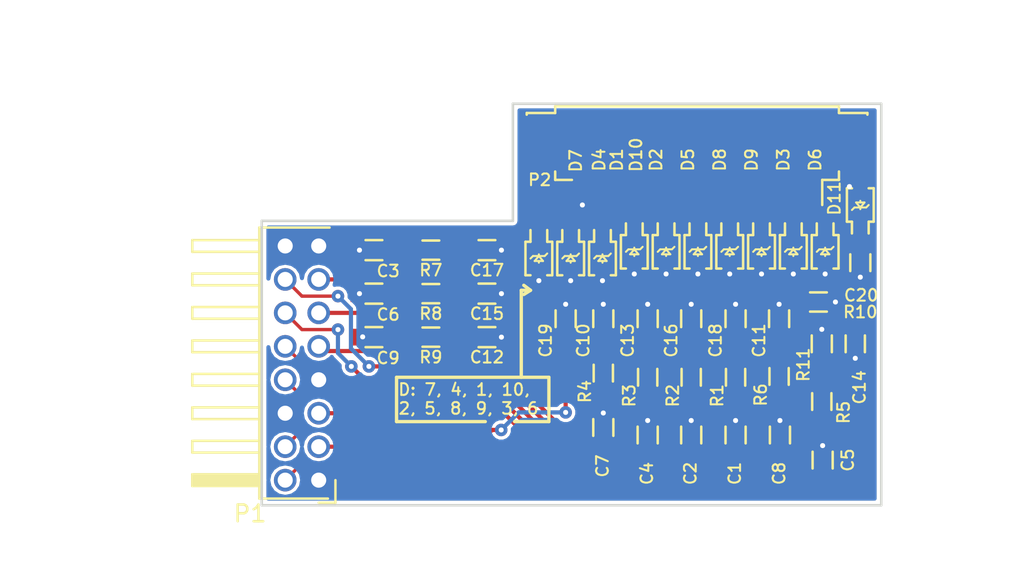
<source format=kicad_pcb>
(kicad_pcb (version 4) (host pcbnew no-vcs-found-product)

  (general
    (links 91)
    (no_connects 0)
    (area 66.964286 85.8 131.750001 122.245001)
    (thickness 1.6)
    (drawings 22)
    (tracks 274)
    (zones 0)
    (modules 44)
    (nets 22)
  )

  (page A4)
  (title_block
    (company "TERA TU Graz")
  )

  (layers
    (0 F.Cu signal)
    (31 B.Cu signal)
    (32 B.Adhes user)
    (33 F.Adhes user)
    (34 B.Paste user)
    (35 F.Paste user)
    (36 B.SilkS user)
    (37 F.SilkS user)
    (38 B.Mask user)
    (39 F.Mask user)
    (40 Dwgs.User user)
    (41 Cmts.User user)
    (42 Eco1.User user)
    (43 Eco2.User user)
    (44 Edge.Cuts user)
    (45 Margin user)
    (46 B.CrtYd user)
    (47 F.CrtYd user)
    (48 B.Fab user)
    (49 F.Fab user)
  )

  (setup
    (last_trace_width 0.25)
    (user_trace_width 0.2)
    (user_trace_width 0.5)
    (user_trace_width 0.75)
    (user_trace_width 1)
    (user_trace_width 1.25)
    (user_trace_width 1.5)
    (user_trace_width 1.75)
    (user_trace_width 2)
    (trace_clearance 0.2)
    (zone_clearance 0.2)
    (zone_45_only no)
    (trace_min 0.2)
    (segment_width 0.2)
    (edge_width 0.15)
    (via_size 0.75)
    (via_drill 0.3)
    (via_min_size 0.65)
    (via_min_drill 0.2)
    (user_via 0.65 0.2)
    (user_via 0.75 0.3)
    (user_via 0.85 0.4)
    (user_via 0.95 0.5)
    (uvia_size 0.3)
    (uvia_drill 0.1)
    (uvias_allowed no)
    (uvia_min_size 0.2)
    (uvia_min_drill 0.1)
    (pcb_text_width 0.3)
    (pcb_text_size 1.5 1.5)
    (mod_edge_width 0.15)
    (mod_text_size 0.7 0.7)
    (mod_text_width 0.12)
    (pad_size 1.524 1.524)
    (pad_drill 0.8)
    (pad_to_mask_clearance 0.075)
    (solder_mask_min_width 0.06)
    (aux_axis_origin 82.25 115.5)
    (grid_origin 82.25 115.5)
    (visible_elements FFFFFF7F)
    (pcbplotparams
      (layerselection 0x010f0_ffffffff)
      (usegerberextensions false)
      (excludeedgelayer true)
      (linewidth 0.100000)
      (plotframeref false)
      (viasonmask true)
      (mode 1)
      (useauxorigin true)
      (hpglpennumber 1)
      (hpglpenspeed 20)
      (hpglpendiameter 15)
      (psnegative false)
      (psa4output false)
      (plotreference true)
      (plotvalue true)
      (plotinvisibletext false)
      (padsonsilk false)
      (subtractmaskfromsilk false)
      (outputformat 1)
      (mirror false)
      (drillshape 0)
      (scaleselection 1)
      (outputdirectory gerber))
  )

  (net 0 "")
  (net 1 /MISO_S)
  (net 2 /MISO_M)
  (net 3 /SCLK_S)
  (net 4 /SCLK_M)
  (net 5 /~Fault_S)
  (net 6 /~Fault_M)
  (net 7 /~Alert_S)
  (net 8 /~Alert_M)
  (net 9 /NCS4_S)
  (net 10 /NCS4_M)
  (net 11 /NCS3_S)
  (net 12 /NCS3_M)
  (net 13 /NCS2_S)
  (net 14 /NCS2_M)
  (net 15 /NCS1_S)
  (net 16 /NCS1_M)
  (net 17 /MOSI_S)
  (net 18 /MOSI_M)
  (net 19 GND)
  (net 20 +5V)
  (net 21 +12V)

  (net_class Default "This is the default net class."
    (clearance 0.2)
    (trace_width 0.25)
    (via_dia 0.75)
    (via_drill 0.3)
    (uvia_dia 0.3)
    (uvia_drill 0.1)
    (add_net +12V)
    (add_net +5V)
    (add_net /MISO_M)
    (add_net /MISO_S)
    (add_net /MOSI_M)
    (add_net /MOSI_S)
    (add_net /NCS1_M)
    (add_net /NCS1_S)
    (add_net /NCS2_M)
    (add_net /NCS2_S)
    (add_net /NCS3_M)
    (add_net /NCS3_S)
    (add_net /NCS4_M)
    (add_net /NCS4_S)
    (add_net /SCLK_M)
    (add_net /SCLK_S)
    (add_net /~Alert_M)
    (add_net /~Alert_S)
    (add_net /~Fault_M)
    (add_net /~Fault_S)
    (add_net GND)
  )

  (module tera_rlc:C_0603in (layer F.Cu) (tedit 57D0104E) (tstamp 5AB5775E)
    (at 115.75 112.8 270)
    (descr "Capacitor SMD 0603")
    (tags "capacitor 0603")
    (path /5AB9CB9F)
    (attr smd)
    (fp_text reference C5 (at 0 0 270) (layer F.Fab)
      (effects (font (size 0.6 0.6) (thickness 0.1)))
    )
    (fp_text value 100n (at 0 0.95 270) (layer F.Fab)
      (effects (font (size 0.6 0.6) (thickness 0.1)))
    )
    (fp_text user %R (at 0 -1.5 270) (layer F.SilkS)
      (effects (font (size 0.7 0.7) (thickness 0.12)))
    )
    (fp_line (start -1.025 0.5) (end -1.025 -0.5) (layer F.Fab) (width 0.05))
    (fp_line (start 1.025 0.5) (end -1.025 0.5) (layer F.Fab) (width 0.05))
    (fp_line (start 1.025 -0.5) (end 1.025 0.5) (layer F.Fab) (width 0.05))
    (fp_line (start -1.025 -0.5) (end 1.025 -0.5) (layer F.Fab) (width 0.05))
    (fp_line (start -1.5 -1) (end 1.5 -1) (layer F.CrtYd) (width 0.05))
    (fp_line (start -1.5 1) (end 1.5 1) (layer F.CrtYd) (width 0.05))
    (fp_line (start -1.5 -1) (end -1.5 1) (layer F.CrtYd) (width 0.05))
    (fp_line (start 1.5 -1) (end 1.5 1) (layer F.CrtYd) (width 0.05))
    (fp_line (start 0.5 0.6) (end -0.5 0.6) (layer F.SilkS) (width 0.15))
    (fp_line (start -0.5 -0.6) (end 0.5 -0.6) (layer F.SilkS) (width 0.15))
    (pad 1 smd rect (at -0.865 0 270) (size 1.07 1) (layers F.Cu F.Paste F.Mask)
      (net 19 GND))
    (pad 2 smd rect (at 0.865 0 270) (size 1.07 1) (layers F.Cu F.Paste F.Mask)
      (net 6 /~Fault_M))
    (model tera_rlc.3dshapes/C_0603in.wrl
      (at (xyz 0 0 0))
      (scale (xyz 1 1 1))
      (rotate (xyz 0 0 0))
    )
  )

  (module tera_rlc:C_0603in (layer F.Cu) (tedit 57D0104E) (tstamp 5AB5778F)
    (at 88.95 102.85)
    (descr "Capacitor SMD 0603")
    (tags "capacitor 0603")
    (path /5AB9CCE8)
    (attr smd)
    (fp_text reference C6 (at 0 0) (layer F.Fab)
      (effects (font (size 0.6 0.6) (thickness 0.1)))
    )
    (fp_text value 1n (at 0 0.9) (layer F.Fab)
      (effects (font (size 0.6 0.6) (thickness 0.1)))
    )
    (fp_text user %R (at 0.85 1.25) (layer F.SilkS)
      (effects (font (size 0.7 0.7) (thickness 0.12)))
    )
    (fp_line (start -1.025 0.5) (end -1.025 -0.5) (layer F.Fab) (width 0.05))
    (fp_line (start 1.025 0.5) (end -1.025 0.5) (layer F.Fab) (width 0.05))
    (fp_line (start 1.025 -0.5) (end 1.025 0.5) (layer F.Fab) (width 0.05))
    (fp_line (start -1.025 -0.5) (end 1.025 -0.5) (layer F.Fab) (width 0.05))
    (fp_line (start -1.5 -1) (end 1.5 -1) (layer F.CrtYd) (width 0.05))
    (fp_line (start -1.5 1) (end 1.5 1) (layer F.CrtYd) (width 0.05))
    (fp_line (start -1.5 -1) (end -1.5 1) (layer F.CrtYd) (width 0.05))
    (fp_line (start 1.5 -1) (end 1.5 1) (layer F.CrtYd) (width 0.05))
    (fp_line (start 0.5 0.6) (end -0.5 0.6) (layer F.SilkS) (width 0.15))
    (fp_line (start -0.5 -0.6) (end 0.5 -0.6) (layer F.SilkS) (width 0.15))
    (pad 1 smd rect (at -0.865 0) (size 1.07 1) (layers F.Cu F.Paste F.Mask)
      (net 19 GND))
    (pad 2 smd rect (at 0.865 0) (size 1.07 1) (layers F.Cu F.Paste F.Mask)
      (net 18 /MOSI_M))
    (model tera_rlc.3dshapes/C_0603in.wrl
      (at (xyz 0 0 0))
      (scale (xyz 1 1 1))
      (rotate (xyz 0 0 0))
    )
  )

  (module tera_rlc:C_0603in (layer F.Cu) (tedit 57D0104E) (tstamp 5AB577C0)
    (at 102.65 110.85 270)
    (descr "Capacitor SMD 0603")
    (tags "capacitor 0603")
    (path /5AB9CCD0)
    (attr smd)
    (fp_text reference C7 (at 0 0 270) (layer F.Fab)
      (effects (font (size 0.6 0.6) (thickness 0.1)))
    )
    (fp_text value 100n (at 0 0.95 270) (layer F.Fab)
      (effects (font (size 0.6 0.6) (thickness 0.1)))
    )
    (fp_text user %R (at 2.3 0.05 270) (layer F.SilkS)
      (effects (font (size 0.7 0.7) (thickness 0.12)))
    )
    (fp_line (start -1.025 0.5) (end -1.025 -0.5) (layer F.Fab) (width 0.05))
    (fp_line (start 1.025 0.5) (end -1.025 0.5) (layer F.Fab) (width 0.05))
    (fp_line (start 1.025 -0.5) (end 1.025 0.5) (layer F.Fab) (width 0.05))
    (fp_line (start -1.025 -0.5) (end 1.025 -0.5) (layer F.Fab) (width 0.05))
    (fp_line (start -1.5 -1) (end 1.5 -1) (layer F.CrtYd) (width 0.05))
    (fp_line (start -1.5 1) (end 1.5 1) (layer F.CrtYd) (width 0.05))
    (fp_line (start -1.5 -1) (end -1.5 1) (layer F.CrtYd) (width 0.05))
    (fp_line (start 1.5 -1) (end 1.5 1) (layer F.CrtYd) (width 0.05))
    (fp_line (start 0.5 0.6) (end -0.5 0.6) (layer F.SilkS) (width 0.15))
    (fp_line (start -0.5 -0.6) (end 0.5 -0.6) (layer F.SilkS) (width 0.15))
    (pad 1 smd rect (at -0.865 0 270) (size 1.07 1) (layers F.Cu F.Paste F.Mask)
      (net 19 GND))
    (pad 2 smd rect (at 0.865 0 270) (size 1.07 1) (layers F.Cu F.Paste F.Mask)
      (net 10 /NCS4_M))
    (model tera_rlc.3dshapes/C_0603in.wrl
      (at (xyz 0 0 0))
      (scale (xyz 1 1 1))
      (rotate (xyz 0 0 0))
    )
  )

  (module tera_rlc:C_0603in (layer F.Cu) (tedit 57D0104E) (tstamp 5AB577F1)
    (at 113.2 111.3 270)
    (descr "Capacitor SMD 0603")
    (tags "capacitor 0603")
    (path /5AB9CBA7)
    (attr smd)
    (fp_text reference C8 (at 0 0 270) (layer F.Fab)
      (effects (font (size 0.6 0.6) (thickness 0.1)))
    )
    (fp_text value 100n (at 0 0.95 270) (layer F.Fab)
      (effects (font (size 0.6 0.6) (thickness 0.1)))
    )
    (fp_text user %R (at 2.3 0.05 270) (layer F.SilkS)
      (effects (font (size 0.7 0.7) (thickness 0.12)))
    )
    (fp_line (start -1.025 0.5) (end -1.025 -0.5) (layer F.Fab) (width 0.05))
    (fp_line (start 1.025 0.5) (end -1.025 0.5) (layer F.Fab) (width 0.05))
    (fp_line (start 1.025 -0.5) (end 1.025 0.5) (layer F.Fab) (width 0.05))
    (fp_line (start -1.025 -0.5) (end 1.025 -0.5) (layer F.Fab) (width 0.05))
    (fp_line (start -1.5 -1) (end 1.5 -1) (layer F.CrtYd) (width 0.05))
    (fp_line (start -1.5 1) (end 1.5 1) (layer F.CrtYd) (width 0.05))
    (fp_line (start -1.5 -1) (end -1.5 1) (layer F.CrtYd) (width 0.05))
    (fp_line (start 1.5 -1) (end 1.5 1) (layer F.CrtYd) (width 0.05))
    (fp_line (start 0.5 0.6) (end -0.5 0.6) (layer F.SilkS) (width 0.15))
    (fp_line (start -0.5 -0.6) (end 0.5 -0.6) (layer F.SilkS) (width 0.15))
    (pad 1 smd rect (at -0.865 0 270) (size 1.07 1) (layers F.Cu F.Paste F.Mask)
      (net 19 GND))
    (pad 2 smd rect (at 0.865 0 270) (size 1.07 1) (layers F.Cu F.Paste F.Mask)
      (net 8 /~Alert_M))
    (model tera_rlc.3dshapes/C_0603in.wrl
      (at (xyz 0 0 0))
      (scale (xyz 1 1 1))
      (rotate (xyz 0 0 0))
    )
  )

  (module tera_rlc:C_0603in (layer F.Cu) (tedit 57D0104E) (tstamp 5AB57822)
    (at 88.95 105.45)
    (descr "Capacitor SMD 0603")
    (tags "capacitor 0603")
    (path /5AB9CCF0)
    (attr smd)
    (fp_text reference C9 (at 0 0) (layer F.Fab)
      (effects (font (size 0.6 0.6) (thickness 0.1)))
    )
    (fp_text value 1n (at 0 0.9) (layer F.Fab)
      (effects (font (size 0.6 0.6) (thickness 0.1)))
    )
    (fp_text user %R (at 0.85 1.25) (layer F.SilkS)
      (effects (font (size 0.7 0.7) (thickness 0.12)))
    )
    (fp_line (start -1.025 0.5) (end -1.025 -0.5) (layer F.Fab) (width 0.05))
    (fp_line (start 1.025 0.5) (end -1.025 0.5) (layer F.Fab) (width 0.05))
    (fp_line (start 1.025 -0.5) (end 1.025 0.5) (layer F.Fab) (width 0.05))
    (fp_line (start -1.025 -0.5) (end 1.025 -0.5) (layer F.Fab) (width 0.05))
    (fp_line (start -1.5 -1) (end 1.5 -1) (layer F.CrtYd) (width 0.05))
    (fp_line (start -1.5 1) (end 1.5 1) (layer F.CrtYd) (width 0.05))
    (fp_line (start -1.5 -1) (end -1.5 1) (layer F.CrtYd) (width 0.05))
    (fp_line (start 1.5 -1) (end 1.5 1) (layer F.CrtYd) (width 0.05))
    (fp_line (start 0.5 0.6) (end -0.5 0.6) (layer F.SilkS) (width 0.15))
    (fp_line (start -0.5 -0.6) (end 0.5 -0.6) (layer F.SilkS) (width 0.15))
    (pad 1 smd rect (at -0.865 0) (size 1.07 1) (layers F.Cu F.Paste F.Mask)
      (net 19 GND))
    (pad 2 smd rect (at 0.865 0) (size 1.07 1) (layers F.Cu F.Paste F.Mask)
      (net 2 /MISO_M))
    (model tera_rlc.3dshapes/C_0603in.wrl
      (at (xyz 0 0 0))
      (scale (xyz 1 1 1))
      (rotate (xyz 0 0 0))
    )
  )

  (module tera_rlc:C_0603in (layer F.Cu) (tedit 57D0104E) (tstamp 5AB57853)
    (at 102.65 104.35 270)
    (descr "Capacitor SMD 0603")
    (tags "capacitor 0603")
    (path /5AB9CCC8)
    (attr smd)
    (fp_text reference C10 (at 0 0 270) (layer F.Fab)
      (effects (font (size 0.6 0.6) (thickness 0.1)))
    )
    (fp_text value 100n (at 0 0.95 270) (layer F.Fab)
      (effects (font (size 0.6 0.6) (thickness 0.1)))
    )
    (fp_text user %R (at 1.3 1.2 270) (layer F.SilkS)
      (effects (font (size 0.7 0.7) (thickness 0.12)))
    )
    (fp_line (start -1.025 0.5) (end -1.025 -0.5) (layer F.Fab) (width 0.05))
    (fp_line (start 1.025 0.5) (end -1.025 0.5) (layer F.Fab) (width 0.05))
    (fp_line (start 1.025 -0.5) (end 1.025 0.5) (layer F.Fab) (width 0.05))
    (fp_line (start -1.025 -0.5) (end 1.025 -0.5) (layer F.Fab) (width 0.05))
    (fp_line (start -1.5 -1) (end 1.5 -1) (layer F.CrtYd) (width 0.05))
    (fp_line (start -1.5 1) (end 1.5 1) (layer F.CrtYd) (width 0.05))
    (fp_line (start -1.5 -1) (end -1.5 1) (layer F.CrtYd) (width 0.05))
    (fp_line (start 1.5 -1) (end 1.5 1) (layer F.CrtYd) (width 0.05))
    (fp_line (start 0.5 0.6) (end -0.5 0.6) (layer F.SilkS) (width 0.15))
    (fp_line (start -0.5 -0.6) (end 0.5 -0.6) (layer F.SilkS) (width 0.15))
    (pad 1 smd rect (at -0.865 0 270) (size 1.07 1) (layers F.Cu F.Paste F.Mask)
      (net 19 GND))
    (pad 2 smd rect (at 0.865 0 270) (size 1.07 1) (layers F.Cu F.Paste F.Mask)
      (net 9 /NCS4_S))
    (model tera_rlc.3dshapes/C_0603in.wrl
      (at (xyz 0 0 0))
      (scale (xyz 1 1 1))
      (rotate (xyz 0 0 0))
    )
  )

  (module tera_rlc:C_0603in (layer F.Cu) (tedit 57D0104E) (tstamp 5AB57884)
    (at 113.15 104.35 270)
    (descr "Capacitor SMD 0603")
    (tags "capacitor 0603")
    (path /5AB9CBB7)
    (attr smd)
    (fp_text reference C11 (at 0 0 270) (layer F.Fab)
      (effects (font (size 0.6 0.6) (thickness 0.1)))
    )
    (fp_text value 100n (at 0 0.95 270) (layer F.Fab)
      (effects (font (size 0.6 0.6) (thickness 0.1)))
    )
    (fp_text user %R (at 1.3 1.2 270) (layer F.SilkS)
      (effects (font (size 0.7 0.7) (thickness 0.12)))
    )
    (fp_line (start -1.025 0.5) (end -1.025 -0.5) (layer F.Fab) (width 0.05))
    (fp_line (start 1.025 0.5) (end -1.025 0.5) (layer F.Fab) (width 0.05))
    (fp_line (start 1.025 -0.5) (end 1.025 0.5) (layer F.Fab) (width 0.05))
    (fp_line (start -1.025 -0.5) (end 1.025 -0.5) (layer F.Fab) (width 0.05))
    (fp_line (start -1.5 -1) (end 1.5 -1) (layer F.CrtYd) (width 0.05))
    (fp_line (start -1.5 1) (end 1.5 1) (layer F.CrtYd) (width 0.05))
    (fp_line (start -1.5 -1) (end -1.5 1) (layer F.CrtYd) (width 0.05))
    (fp_line (start 1.5 -1) (end 1.5 1) (layer F.CrtYd) (width 0.05))
    (fp_line (start 0.5 0.6) (end -0.5 0.6) (layer F.SilkS) (width 0.15))
    (fp_line (start -0.5 -0.6) (end 0.5 -0.6) (layer F.SilkS) (width 0.15))
    (pad 1 smd rect (at -0.865 0 270) (size 1.07 1) (layers F.Cu F.Paste F.Mask)
      (net 19 GND))
    (pad 2 smd rect (at 0.865 0 270) (size 1.07 1) (layers F.Cu F.Paste F.Mask)
      (net 7 /~Alert_S))
    (model tera_rlc.3dshapes/C_0603in.wrl
      (at (xyz 0 0 0))
      (scale (xyz 1 1 1))
      (rotate (xyz 0 0 0))
    )
  )

  (module tera_rlc:C_0603in (layer F.Cu) (tedit 57D0104E) (tstamp 5AB578B5)
    (at 95.7 105.45 180)
    (descr "Capacitor SMD 0603")
    (tags "capacitor 0603")
    (path /5AB9CCF8)
    (attr smd)
    (fp_text reference C12 (at 0 0 180) (layer F.Fab)
      (effects (font (size 0.6 0.6) (thickness 0.1)))
    )
    (fp_text value 1n (at 0.05 -0.95 180) (layer F.Fab)
      (effects (font (size 0.6 0.6) (thickness 0.1)))
    )
    (fp_text user %R (at 0 -1.2 180) (layer F.SilkS)
      (effects (font (size 0.7 0.7) (thickness 0.12)))
    )
    (fp_line (start -1.025 0.5) (end -1.025 -0.5) (layer F.Fab) (width 0.05))
    (fp_line (start 1.025 0.5) (end -1.025 0.5) (layer F.Fab) (width 0.05))
    (fp_line (start 1.025 -0.5) (end 1.025 0.5) (layer F.Fab) (width 0.05))
    (fp_line (start -1.025 -0.5) (end 1.025 -0.5) (layer F.Fab) (width 0.05))
    (fp_line (start -1.5 -1) (end 1.5 -1) (layer F.CrtYd) (width 0.05))
    (fp_line (start -1.5 1) (end 1.5 1) (layer F.CrtYd) (width 0.05))
    (fp_line (start -1.5 -1) (end -1.5 1) (layer F.CrtYd) (width 0.05))
    (fp_line (start 1.5 -1) (end 1.5 1) (layer F.CrtYd) (width 0.05))
    (fp_line (start 0.5 0.6) (end -0.5 0.6) (layer F.SilkS) (width 0.15))
    (fp_line (start -0.5 -0.6) (end 0.5 -0.6) (layer F.SilkS) (width 0.15))
    (pad 1 smd rect (at -0.865 0 180) (size 1.07 1) (layers F.Cu F.Paste F.Mask)
      (net 19 GND))
    (pad 2 smd rect (at 0.865 0 180) (size 1.07 1) (layers F.Cu F.Paste F.Mask)
      (net 1 /MISO_S))
    (model tera_rlc.3dshapes/C_0603in.wrl
      (at (xyz 0 0 0))
      (scale (xyz 1 1 1))
      (rotate (xyz 0 0 0))
    )
  )

  (module tera_rlc:C_0603in (layer F.Cu) (tedit 57D0104E) (tstamp 5AB578E6)
    (at 115.7 105.85 270)
    (descr "Capacitor SMD 0603")
    (tags "capacitor 0603")
    (path /5AB9CBBF)
    (attr smd)
    (fp_text reference C14 (at 0 0 270) (layer F.Fab)
      (effects (font (size 0.6 0.6) (thickness 0.1)))
    )
    (fp_text value 100n (at 0 1.5 270) (layer F.Fab)
      (effects (font (size 0.6 0.6) (thickness 0.1)))
    )
    (fp_text user %R (at 2.6 -2.25 270) (layer F.SilkS)
      (effects (font (size 0.7 0.7) (thickness 0.12)))
    )
    (fp_line (start -1.025 0.5) (end -1.025 -0.5) (layer F.Fab) (width 0.05))
    (fp_line (start 1.025 0.5) (end -1.025 0.5) (layer F.Fab) (width 0.05))
    (fp_line (start 1.025 -0.5) (end 1.025 0.5) (layer F.Fab) (width 0.05))
    (fp_line (start -1.025 -0.5) (end 1.025 -0.5) (layer F.Fab) (width 0.05))
    (fp_line (start -1.5 -1) (end 1.5 -1) (layer F.CrtYd) (width 0.05))
    (fp_line (start -1.5 1) (end 1.5 1) (layer F.CrtYd) (width 0.05))
    (fp_line (start -1.5 -1) (end -1.5 1) (layer F.CrtYd) (width 0.05))
    (fp_line (start 1.5 -1) (end 1.5 1) (layer F.CrtYd) (width 0.05))
    (fp_line (start 0.5 0.6) (end -0.5 0.6) (layer F.SilkS) (width 0.15))
    (fp_line (start -0.5 -0.6) (end 0.5 -0.6) (layer F.SilkS) (width 0.15))
    (pad 1 smd rect (at -0.865 0 270) (size 1.07 1) (layers F.Cu F.Paste F.Mask)
      (net 19 GND))
    (pad 2 smd rect (at 0.865 0 270) (size 1.07 1) (layers F.Cu F.Paste F.Mask)
      (net 5 /~Fault_S))
    (model tera_rlc.3dshapes/C_0603in.wrl
      (at (xyz 0 0 0))
      (scale (xyz 1 1 1))
      (rotate (xyz 0 0 0))
    )
  )

  (module tera_rlc:C_0603in (layer F.Cu) (tedit 57D0104E) (tstamp 5AB57917)
    (at 88.95 100.25)
    (descr "Capacitor SMD 0603")
    (tags "capacitor 0603")
    (path /5AB9CB97)
    (attr smd)
    (fp_text reference C3 (at 0 0) (layer F.Fab)
      (effects (font (size 0.6 0.6) (thickness 0.1)))
    )
    (fp_text value 1n (at 0 0.9) (layer F.Fab)
      (effects (font (size 0.6 0.6) (thickness 0.1)))
    )
    (fp_text user %R (at 0.85 1.25) (layer F.SilkS)
      (effects (font (size 0.7 0.7) (thickness 0.12)))
    )
    (fp_line (start -1.025 0.5) (end -1.025 -0.5) (layer F.Fab) (width 0.05))
    (fp_line (start 1.025 0.5) (end -1.025 0.5) (layer F.Fab) (width 0.05))
    (fp_line (start 1.025 -0.5) (end 1.025 0.5) (layer F.Fab) (width 0.05))
    (fp_line (start -1.025 -0.5) (end 1.025 -0.5) (layer F.Fab) (width 0.05))
    (fp_line (start -1.5 -1) (end 1.5 -1) (layer F.CrtYd) (width 0.05))
    (fp_line (start -1.5 1) (end 1.5 1) (layer F.CrtYd) (width 0.05))
    (fp_line (start -1.5 -1) (end -1.5 1) (layer F.CrtYd) (width 0.05))
    (fp_line (start 1.5 -1) (end 1.5 1) (layer F.CrtYd) (width 0.05))
    (fp_line (start 0.5 0.6) (end -0.5 0.6) (layer F.SilkS) (width 0.15))
    (fp_line (start -0.5 -0.6) (end 0.5 -0.6) (layer F.SilkS) (width 0.15))
    (pad 1 smd rect (at -0.865 0) (size 1.07 1) (layers F.Cu F.Paste F.Mask)
      (net 19 GND))
    (pad 2 smd rect (at 0.865 0) (size 1.07 1) (layers F.Cu F.Paste F.Mask)
      (net 4 /SCLK_M))
    (model tera_rlc.3dshapes/C_0603in.wrl
      (at (xyz 0 0 0))
      (scale (xyz 1 1 1))
      (rotate (xyz 0 0 0))
    )
  )

  (module tera_rlc:C_0603in (layer F.Cu) (tedit 57D0104E) (tstamp 5AB57948)
    (at 110.55 111.3 270)
    (descr "Capacitor SMD 0603")
    (tags "capacitor 0603")
    (path /5AB9CB8E)
    (attr smd)
    (fp_text reference C1 (at 0 0 270) (layer F.Fab)
      (effects (font (size 0.6 0.6) (thickness 0.1)))
    )
    (fp_text value 100n (at 0 0.95 270) (layer F.Fab)
      (effects (font (size 0.6 0.6) (thickness 0.1)))
    )
    (fp_text user %R (at 2.3 0.05 270) (layer F.SilkS)
      (effects (font (size 0.7 0.7) (thickness 0.12)))
    )
    (fp_line (start -1.025 0.5) (end -1.025 -0.5) (layer F.Fab) (width 0.05))
    (fp_line (start 1.025 0.5) (end -1.025 0.5) (layer F.Fab) (width 0.05))
    (fp_line (start 1.025 -0.5) (end 1.025 0.5) (layer F.Fab) (width 0.05))
    (fp_line (start -1.025 -0.5) (end 1.025 -0.5) (layer F.Fab) (width 0.05))
    (fp_line (start -1.5 -1) (end 1.5 -1) (layer F.CrtYd) (width 0.05))
    (fp_line (start -1.5 1) (end 1.5 1) (layer F.CrtYd) (width 0.05))
    (fp_line (start -1.5 -1) (end -1.5 1) (layer F.CrtYd) (width 0.05))
    (fp_line (start 1.5 -1) (end 1.5 1) (layer F.CrtYd) (width 0.05))
    (fp_line (start 0.5 0.6) (end -0.5 0.6) (layer F.SilkS) (width 0.15))
    (fp_line (start -0.5 -0.6) (end 0.5 -0.6) (layer F.SilkS) (width 0.15))
    (pad 1 smd rect (at -0.865 0 270) (size 1.07 1) (layers F.Cu F.Paste F.Mask)
      (net 19 GND))
    (pad 2 smd rect (at 0.865 0 270) (size 1.07 1) (layers F.Cu F.Paste F.Mask)
      (net 16 /NCS1_M))
    (model tera_rlc.3dshapes/C_0603in.wrl
      (at (xyz 0 0 0))
      (scale (xyz 1 1 1))
      (rotate (xyz 0 0 0))
    )
  )

  (module tera_rlc:C_0603in (layer F.Cu) (tedit 57D0104E) (tstamp 5AB57979)
    (at 105.3 104.35 270)
    (descr "Capacitor SMD 0603")
    (tags "capacitor 0603")
    (path /5AB9CCC0)
    (attr smd)
    (fp_text reference C13 (at 0 0 270) (layer F.Fab)
      (effects (font (size 0.6 0.6) (thickness 0.1)))
    )
    (fp_text value 100n (at 0 0.95 270) (layer F.Fab)
      (effects (font (size 0.6 0.6) (thickness 0.1)))
    )
    (fp_text user %R (at 1.3 1.2 270) (layer F.SilkS)
      (effects (font (size 0.7 0.7) (thickness 0.12)))
    )
    (fp_line (start -1.025 0.5) (end -1.025 -0.5) (layer F.Fab) (width 0.05))
    (fp_line (start 1.025 0.5) (end -1.025 0.5) (layer F.Fab) (width 0.05))
    (fp_line (start 1.025 -0.5) (end 1.025 0.5) (layer F.Fab) (width 0.05))
    (fp_line (start -1.025 -0.5) (end 1.025 -0.5) (layer F.Fab) (width 0.05))
    (fp_line (start -1.5 -1) (end 1.5 -1) (layer F.CrtYd) (width 0.05))
    (fp_line (start -1.5 1) (end 1.5 1) (layer F.CrtYd) (width 0.05))
    (fp_line (start -1.5 -1) (end -1.5 1) (layer F.CrtYd) (width 0.05))
    (fp_line (start 1.5 -1) (end 1.5 1) (layer F.CrtYd) (width 0.05))
    (fp_line (start 0.5 0.6) (end -0.5 0.6) (layer F.SilkS) (width 0.15))
    (fp_line (start -0.5 -0.6) (end 0.5 -0.6) (layer F.SilkS) (width 0.15))
    (pad 1 smd rect (at -0.865 0 270) (size 1.07 1) (layers F.Cu F.Paste F.Mask)
      (net 19 GND))
    (pad 2 smd rect (at 0.865 0 270) (size 1.07 1) (layers F.Cu F.Paste F.Mask)
      (net 11 /NCS3_S))
    (model tera_rlc.3dshapes/C_0603in.wrl
      (at (xyz 0 0 0))
      (scale (xyz 1 1 1))
      (rotate (xyz 0 0 0))
    )
  )

  (module tera_rlc:C_0603in (layer F.Cu) (tedit 57D0104E) (tstamp 5AB579AA)
    (at 95.7 102.85 180)
    (descr "Capacitor SMD 0603")
    (tags "capacitor 0603")
    (path /5AB9CD00)
    (attr smd)
    (fp_text reference C15 (at 0 0 180) (layer F.Fab)
      (effects (font (size 0.6 0.6) (thickness 0.1)))
    )
    (fp_text value 1n (at 0 -0.95 180) (layer F.Fab)
      (effects (font (size 0.6 0.6) (thickness 0.1)))
    )
    (fp_text user %R (at 0 -1.2 180) (layer F.SilkS)
      (effects (font (size 0.7 0.7) (thickness 0.12)))
    )
    (fp_line (start -1.025 0.5) (end -1.025 -0.5) (layer F.Fab) (width 0.05))
    (fp_line (start 1.025 0.5) (end -1.025 0.5) (layer F.Fab) (width 0.05))
    (fp_line (start 1.025 -0.5) (end 1.025 0.5) (layer F.Fab) (width 0.05))
    (fp_line (start -1.025 -0.5) (end 1.025 -0.5) (layer F.Fab) (width 0.05))
    (fp_line (start -1.5 -1) (end 1.5 -1) (layer F.CrtYd) (width 0.05))
    (fp_line (start -1.5 1) (end 1.5 1) (layer F.CrtYd) (width 0.05))
    (fp_line (start -1.5 -1) (end -1.5 1) (layer F.CrtYd) (width 0.05))
    (fp_line (start 1.5 -1) (end 1.5 1) (layer F.CrtYd) (width 0.05))
    (fp_line (start 0.5 0.6) (end -0.5 0.6) (layer F.SilkS) (width 0.15))
    (fp_line (start -0.5 -0.6) (end 0.5 -0.6) (layer F.SilkS) (width 0.15))
    (pad 1 smd rect (at -0.865 0 180) (size 1.07 1) (layers F.Cu F.Paste F.Mask)
      (net 19 GND))
    (pad 2 smd rect (at 0.865 0 180) (size 1.07 1) (layers F.Cu F.Paste F.Mask)
      (net 17 /MOSI_S))
    (model tera_rlc.3dshapes/C_0603in.wrl
      (at (xyz 0 0 0))
      (scale (xyz 1 1 1))
      (rotate (xyz 0 0 0))
    )
  )

  (module tera_rlc:C_0603in (layer F.Cu) (tedit 57D0104E) (tstamp 5AB579DB)
    (at 107.9 104.35 270)
    (descr "Capacitor SMD 0603")
    (tags "capacitor 0603")
    (path /5AB9CCB8)
    (attr smd)
    (fp_text reference C16 (at 0 0 270) (layer F.Fab)
      (effects (font (size 0.6 0.6) (thickness 0.1)))
    )
    (fp_text value 100n (at 0 0.95 270) (layer F.Fab)
      (effects (font (size 0.6 0.6) (thickness 0.1)))
    )
    (fp_text user %R (at 1.3 1.2 270) (layer F.SilkS)
      (effects (font (size 0.7 0.7) (thickness 0.12)))
    )
    (fp_line (start -1.025 0.5) (end -1.025 -0.5) (layer F.Fab) (width 0.05))
    (fp_line (start 1.025 0.5) (end -1.025 0.5) (layer F.Fab) (width 0.05))
    (fp_line (start 1.025 -0.5) (end 1.025 0.5) (layer F.Fab) (width 0.05))
    (fp_line (start -1.025 -0.5) (end 1.025 -0.5) (layer F.Fab) (width 0.05))
    (fp_line (start -1.5 -1) (end 1.5 -1) (layer F.CrtYd) (width 0.05))
    (fp_line (start -1.5 1) (end 1.5 1) (layer F.CrtYd) (width 0.05))
    (fp_line (start -1.5 -1) (end -1.5 1) (layer F.CrtYd) (width 0.05))
    (fp_line (start 1.5 -1) (end 1.5 1) (layer F.CrtYd) (width 0.05))
    (fp_line (start 0.5 0.6) (end -0.5 0.6) (layer F.SilkS) (width 0.15))
    (fp_line (start -0.5 -0.6) (end 0.5 -0.6) (layer F.SilkS) (width 0.15))
    (pad 1 smd rect (at -0.865 0 270) (size 1.07 1) (layers F.Cu F.Paste F.Mask)
      (net 19 GND))
    (pad 2 smd rect (at 0.865 0 270) (size 1.07 1) (layers F.Cu F.Paste F.Mask)
      (net 13 /NCS2_S))
    (model tera_rlc.3dshapes/C_0603in.wrl
      (at (xyz 0 0 0))
      (scale (xyz 1 1 1))
      (rotate (xyz 0 0 0))
    )
  )

  (module tera_rlc:C_0603in (layer F.Cu) (tedit 57D0104E) (tstamp 5AB57A0C)
    (at 95.7 100.25 180)
    (descr "Capacitor SMD 0603")
    (tags "capacitor 0603")
    (path /5AB9CD08)
    (attr smd)
    (fp_text reference C17 (at 0 0 180) (layer F.Fab)
      (effects (font (size 0.6 0.6) (thickness 0.1)))
    )
    (fp_text value 1n (at 0 -0.95 180) (layer F.Fab)
      (effects (font (size 0.6 0.6) (thickness 0.1)))
    )
    (fp_text user %R (at 0 -1.2 180) (layer F.SilkS)
      (effects (font (size 0.7 0.7) (thickness 0.12)))
    )
    (fp_line (start -1.025 0.5) (end -1.025 -0.5) (layer F.Fab) (width 0.05))
    (fp_line (start 1.025 0.5) (end -1.025 0.5) (layer F.Fab) (width 0.05))
    (fp_line (start 1.025 -0.5) (end 1.025 0.5) (layer F.Fab) (width 0.05))
    (fp_line (start -1.025 -0.5) (end 1.025 -0.5) (layer F.Fab) (width 0.05))
    (fp_line (start -1.5 -1) (end 1.5 -1) (layer F.CrtYd) (width 0.05))
    (fp_line (start -1.5 1) (end 1.5 1) (layer F.CrtYd) (width 0.05))
    (fp_line (start -1.5 -1) (end -1.5 1) (layer F.CrtYd) (width 0.05))
    (fp_line (start 1.5 -1) (end 1.5 1) (layer F.CrtYd) (width 0.05))
    (fp_line (start 0.5 0.6) (end -0.5 0.6) (layer F.SilkS) (width 0.15))
    (fp_line (start -0.5 -0.6) (end 0.5 -0.6) (layer F.SilkS) (width 0.15))
    (pad 1 smd rect (at -0.865 0 180) (size 1.07 1) (layers F.Cu F.Paste F.Mask)
      (net 19 GND))
    (pad 2 smd rect (at 0.865 0 180) (size 1.07 1) (layers F.Cu F.Paste F.Mask)
      (net 3 /SCLK_S))
    (model tera_rlc.3dshapes/C_0603in.wrl
      (at (xyz 0 0 0))
      (scale (xyz 1 1 1))
      (rotate (xyz 0 0 0))
    )
  )

  (module tera_rlc:C_0603in (layer F.Cu) (tedit 57D0104E) (tstamp 5AB57A3D)
    (at 110.55 104.35 270)
    (descr "Capacitor SMD 0603")
    (tags "capacitor 0603")
    (path /5AB9CCB0)
    (attr smd)
    (fp_text reference C18 (at 0 0 270) (layer F.Fab)
      (effects (font (size 0.6 0.6) (thickness 0.1)))
    )
    (fp_text value 100n (at 0 0.95 270) (layer F.Fab)
      (effects (font (size 0.6 0.6) (thickness 0.1)))
    )
    (fp_text user %R (at 1.3 1.2 270) (layer F.SilkS)
      (effects (font (size 0.7 0.7) (thickness 0.12)))
    )
    (fp_line (start -1.025 0.5) (end -1.025 -0.5) (layer F.Fab) (width 0.05))
    (fp_line (start 1.025 0.5) (end -1.025 0.5) (layer F.Fab) (width 0.05))
    (fp_line (start 1.025 -0.5) (end 1.025 0.5) (layer F.Fab) (width 0.05))
    (fp_line (start -1.025 -0.5) (end 1.025 -0.5) (layer F.Fab) (width 0.05))
    (fp_line (start -1.5 -1) (end 1.5 -1) (layer F.CrtYd) (width 0.05))
    (fp_line (start -1.5 1) (end 1.5 1) (layer F.CrtYd) (width 0.05))
    (fp_line (start -1.5 -1) (end -1.5 1) (layer F.CrtYd) (width 0.05))
    (fp_line (start 1.5 -1) (end 1.5 1) (layer F.CrtYd) (width 0.05))
    (fp_line (start 0.5 0.6) (end -0.5 0.6) (layer F.SilkS) (width 0.15))
    (fp_line (start -0.5 -0.6) (end 0.5 -0.6) (layer F.SilkS) (width 0.15))
    (pad 1 smd rect (at -0.865 0 270) (size 1.07 1) (layers F.Cu F.Paste F.Mask)
      (net 19 GND))
    (pad 2 smd rect (at 0.865 0 270) (size 1.07 1) (layers F.Cu F.Paste F.Mask)
      (net 15 /NCS1_S))
    (model tera_rlc.3dshapes/C_0603in.wrl
      (at (xyz 0 0 0))
      (scale (xyz 1 1 1))
      (rotate (xyz 0 0 0))
    )
  )

  (module tera_rlc:C_0603in (layer F.Cu) (tedit 57D0104E) (tstamp 5AB57A6E)
    (at 107.9 111.3 270)
    (descr "Capacitor SMD 0603")
    (tags "capacitor 0603")
    (path /5AB9CCE0)
    (attr smd)
    (fp_text reference C2 (at 0 0 270) (layer F.Fab)
      (effects (font (size 0.6 0.6) (thickness 0.1)))
    )
    (fp_text value 100n (at 0 0.95 270) (layer F.Fab)
      (effects (font (size 0.6 0.6) (thickness 0.1)))
    )
    (fp_text user %R (at 2.3 0.05 270) (layer F.SilkS)
      (effects (font (size 0.7 0.7) (thickness 0.12)))
    )
    (fp_line (start -1.025 0.5) (end -1.025 -0.5) (layer F.Fab) (width 0.05))
    (fp_line (start 1.025 0.5) (end -1.025 0.5) (layer F.Fab) (width 0.05))
    (fp_line (start 1.025 -0.5) (end 1.025 0.5) (layer F.Fab) (width 0.05))
    (fp_line (start -1.025 -0.5) (end 1.025 -0.5) (layer F.Fab) (width 0.05))
    (fp_line (start -1.5 -1) (end 1.5 -1) (layer F.CrtYd) (width 0.05))
    (fp_line (start -1.5 1) (end 1.5 1) (layer F.CrtYd) (width 0.05))
    (fp_line (start -1.5 -1) (end -1.5 1) (layer F.CrtYd) (width 0.05))
    (fp_line (start 1.5 -1) (end 1.5 1) (layer F.CrtYd) (width 0.05))
    (fp_line (start 0.5 0.6) (end -0.5 0.6) (layer F.SilkS) (width 0.15))
    (fp_line (start -0.5 -0.6) (end 0.5 -0.6) (layer F.SilkS) (width 0.15))
    (pad 1 smd rect (at -0.865 0 270) (size 1.07 1) (layers F.Cu F.Paste F.Mask)
      (net 19 GND))
    (pad 2 smd rect (at 0.865 0 270) (size 1.07 1) (layers F.Cu F.Paste F.Mask)
      (net 14 /NCS2_M))
    (model tera_rlc.3dshapes/C_0603in.wrl
      (at (xyz 0 0 0))
      (scale (xyz 1 1 1))
      (rotate (xyz 0 0 0))
    )
  )

  (module tera_rlc:C_0603in (layer F.Cu) (tedit 57D0104E) (tstamp 5AB57A9F)
    (at 105.3 111.3 270)
    (descr "Capacitor SMD 0603")
    (tags "capacitor 0603")
    (path /5AB9CCD8)
    (attr smd)
    (fp_text reference C4 (at 0 0 270) (layer F.Fab)
      (effects (font (size 0.6 0.6) (thickness 0.1)))
    )
    (fp_text value 100n (at 0 0.95 270) (layer F.Fab)
      (effects (font (size 0.6 0.6) (thickness 0.1)))
    )
    (fp_text user %R (at 2.3 0.05 270) (layer F.SilkS)
      (effects (font (size 0.7 0.7) (thickness 0.12)))
    )
    (fp_line (start -1.025 0.5) (end -1.025 -0.5) (layer F.Fab) (width 0.05))
    (fp_line (start 1.025 0.5) (end -1.025 0.5) (layer F.Fab) (width 0.05))
    (fp_line (start 1.025 -0.5) (end 1.025 0.5) (layer F.Fab) (width 0.05))
    (fp_line (start -1.025 -0.5) (end 1.025 -0.5) (layer F.Fab) (width 0.05))
    (fp_line (start -1.5 -1) (end 1.5 -1) (layer F.CrtYd) (width 0.05))
    (fp_line (start -1.5 1) (end 1.5 1) (layer F.CrtYd) (width 0.05))
    (fp_line (start -1.5 -1) (end -1.5 1) (layer F.CrtYd) (width 0.05))
    (fp_line (start 1.5 -1) (end 1.5 1) (layer F.CrtYd) (width 0.05))
    (fp_line (start 0.5 0.6) (end -0.5 0.6) (layer F.SilkS) (width 0.15))
    (fp_line (start -0.5 -0.6) (end 0.5 -0.6) (layer F.SilkS) (width 0.15))
    (pad 1 smd rect (at -0.865 0 270) (size 1.07 1) (layers F.Cu F.Paste F.Mask)
      (net 19 GND))
    (pad 2 smd rect (at 0.865 0 270) (size 1.07 1) (layers F.Cu F.Paste F.Mask)
      (net 12 /NCS3_M))
    (model tera_rlc.3dshapes/C_0603in.wrl
      (at (xyz 0 0 0))
      (scale (xyz 1 1 1))
      (rotate (xyz 0 0 0))
    )
  )

  (module tera_Connectors_Molex:Molex_PicoBlade_53261-1271_12x1.25mm_Angled (layer F.Cu) (tedit 5AB67F54) (tstamp 5AB5BA1F)
    (at 108.25 93.85 180)
    (descr "Molex PicoBlade, single row, side entry type, surface mount, PN:53261-1271")
    (tags "connector picoblade header Molex smt")
    (path /5ABB7B87)
    (fp_text reference P2 (at 0 0.5 180) (layer F.Fab)
      (effects (font (size 1 1) (thickness 0.15)))
    )
    (fp_text value Picoblade (at -0.15 -1.3 180) (layer F.Fab)
      (effects (font (size 1 1) (thickness 0.15)))
    )
    (fp_line (start -8.375 -2.1) (end 8.375 -2.1) (layer F.Fab) (width 0.05))
    (fp_line (start 8.375 -2.1) (end 8.375 2.1) (layer F.Fab) (width 0.05))
    (fp_line (start 8.375 2.1) (end -8.375 2.1) (layer F.Fab) (width 0.05))
    (fp_line (start -8.375 2.1) (end -8.375 -2.1) (layer F.Fab) (width 0.05))
    (fp_line (start 8.375 -1.1) (end 10.075 -1.1) (layer F.Fab) (width 0.05))
    (fp_line (start 10.075 -1.1) (end 10.075 1.7) (layer F.Fab) (width 0.05))
    (fp_line (start 10.075 1.7) (end 8.375 1.7) (layer F.Fab) (width 0.05))
    (fp_line (start -8.375 1.7) (end -10.075 1.7) (layer F.Fab) (width 0.05))
    (fp_line (start -10.075 1.7) (end -10.075 -1.1) (layer F.Fab) (width 0.05))
    (fp_line (start -10.075 -1.1) (end -8.375 -1.1) (layer F.Fab) (width 0.05))
    (fp_line (start -7.5 -2.1) (end -6.875 -1.1) (layer F.Fab) (width 0.05))
    (fp_line (start -6.875 -1.1) (end -6.25 -2.1) (layer F.Fab) (width 0.05))
    (fp_line (start -7.475 -3.7) (end -7.475 -2.2) (layer F.SilkS) (width 0.15))
    (fp_line (start -7.475 -2.2) (end -8.475 -2.2) (layer F.SilkS) (width 0.15))
    (fp_line (start -8.475 -2.2) (end -8.475 -1.7) (layer F.SilkS) (width 0.15))
    (fp_line (start 7.475 -2.2) (end 8.475 -2.2) (layer F.SilkS) (width 0.15))
    (fp_line (start 8.475 -2.2) (end 8.475 -1.7) (layer F.SilkS) (width 0.15))
    (fp_line (start -10.175 1.7) (end -10.175 1.8) (layer F.SilkS) (width 0.15))
    (fp_line (start -10.175 1.8) (end -8.475 1.8) (layer F.SilkS) (width 0.15))
    (fp_line (start -8.475 1.8) (end -8.475 2.2) (layer F.SilkS) (width 0.15))
    (fp_line (start -8.475 2.2) (end 8.475 2.2) (layer F.SilkS) (width 0.15))
    (fp_line (start 8.475 2.2) (end 8.475 1.8) (layer F.SilkS) (width 0.15))
    (fp_line (start 8.475 1.8) (end 10.175 1.8) (layer F.SilkS) (width 0.15))
    (fp_line (start 10.175 1.8) (end 10.175 1.7) (layer F.SilkS) (width 0.15))
    (fp_line (start -11 -4.2) (end -11 2.6) (layer F.CrtYd) (width 0.05))
    (fp_line (start -11 2.6) (end 11 2.6) (layer F.CrtYd) (width 0.05))
    (fp_line (start 11 2.6) (end 11 -4.2) (layer F.CrtYd) (width 0.05))
    (fp_line (start 11 -4.2) (end -11 -4.2) (layer F.CrtYd) (width 0.05))
    (fp_text user %R (at 9.4 -2.2 180) (layer F.SilkS)
      (effects (font (size 0.7 0.7) (thickness 0.12)))
    )
    (pad 1 smd rect (at -6.875 -2.9 180) (size 0.8 1.6) (layers F.Cu F.Paste F.Mask)
      (net 21 +12V))
    (pad 2 smd rect (at -5.625 -2.9 180) (size 0.8 1.6) (layers F.Cu F.Paste F.Mask)
      (net 5 /~Fault_S))
    (pad 3 smd rect (at -4.375 -2.9 180) (size 0.8 1.6) (layers F.Cu F.Paste F.Mask)
      (net 7 /~Alert_S))
    (pad 4 smd rect (at -3.125 -2.9 180) (size 0.8 1.6) (layers F.Cu F.Paste F.Mask)
      (net 15 /NCS1_S))
    (pad 5 smd rect (at -1.875 -2.9 180) (size 0.8 1.6) (layers F.Cu F.Paste F.Mask)
      (net 13 /NCS2_S))
    (pad 6 smd rect (at -0.625 -2.9 180) (size 0.8 1.6) (layers F.Cu F.Paste F.Mask)
      (net 11 /NCS3_S))
    (pad 7 smd rect (at 0.625 -2.9 180) (size 0.8 1.6) (layers F.Cu F.Paste F.Mask)
      (net 9 /NCS4_S))
    (pad 8 smd rect (at 1.875 -2.9 180) (size 0.8 1.6) (layers F.Cu F.Paste F.Mask)
      (net 20 +5V))
    (pad 9 smd rect (at 3.125 -2.9 180) (size 0.8 1.6) (layers F.Cu F.Paste F.Mask)
      (net 1 /MISO_S))
    (pad 10 smd rect (at 4.375 -2.9 180) (size 0.8 1.6) (layers F.Cu F.Paste F.Mask)
      (net 17 /MOSI_S))
    (pad 11 smd rect (at 5.625 -2.9 180) (size 0.8 1.6) (layers F.Cu F.Paste F.Mask)
      (net 3 /SCLK_S))
    (pad 12 smd rect (at 6.875 -2.9 180) (size 0.8 1.6) (layers F.Cu F.Paste F.Mask)
      (net 19 GND))
    (pad "" smd rect (at -9.425 0 180) (size 2.1 3) (layers F.Cu F.Paste F.Mask))
    (pad "" smd rect (at 9.425 0 180) (size 2.1 3) (layers F.Cu F.Paste F.Mask))
    (model tera_Connectors_Molex.3dshapes/Molex_PicoBlade_53261-1271_12x1.25mm_Angled.wrl
      (at (xyz 0 0.05905511811023623 0))
      (scale (xyz 1 1 1))
      (rotate (xyz 0 0 0))
    )
  )

  (module tera_diodes:SD05_tvs_5v (layer F.Cu) (tedit 5AB507C1) (tstamp 5AB51D32)
    (at 110.2 100.35 270)
    (descr "(SOD-323) Footprint for uClamp3310D tvs diode ")
    (tags uClamp3310D)
    (path /5AB5157D)
    (attr smd)
    (fp_text reference D8 (at 0.05 0.05 270) (layer F.Fab)
      (effects (font (size 0.5 0.5) (thickness 0.08)))
    )
    (fp_text value 5V (at -1.45 0.7 270) (layer F.Fab)
      (effects (font (size 0.6 0.6) (thickness 0.1)))
    )
    (fp_line (start -0.15 -0.35) (end -0.3 -0.5) (layer F.SilkS) (width 0.12))
    (fp_text user %R (at -5.5 0.6 270) (layer F.SilkS)
      (effects (font (size 0.7 0.7) (thickness 0.12)))
    )
    (fp_line (start -0.45 0.65) (end -0.45 0.4) (layer F.Fab) (width 0.05))
    (fp_line (start -0.85 0) (end -0.45 0.65) (layer F.Fab) (width 0.05))
    (fp_line (start -0.45 -0.65) (end -0.45 -0.35) (layer F.Fab) (width 0.05))
    (fp_line (start -0.85 0) (end -0.45 -0.65) (layer F.Fab) (width 0.05))
    (fp_line (start -1 0.5) (end -1.7 0.5) (layer F.SilkS) (width 0.15))
    (fp_line (start 1 -0.8) (end 1 -0.5) (layer F.SilkS) (width 0.15))
    (fp_line (start -1 -0.8) (end 1 -0.8) (layer F.SilkS) (width 0.15))
    (fp_line (start -1 -0.5) (end -1 -0.8) (layer F.SilkS) (width 0.15))
    (fp_line (start -1.7 -0.5) (end -1 -0.5) (layer F.SilkS) (width 0.15))
    (fp_line (start -1 0.8) (end -1 0.5) (layer F.SilkS) (width 0.15))
    (fp_line (start 1 0.8) (end -1 0.8) (layer F.SilkS) (width 0.15))
    (fp_line (start 1 0.5) (end 1 0.8) (layer F.SilkS) (width 0.15))
    (fp_line (start 0.15 0) (end 0.25 0) (layer F.SilkS) (width 0.12))
    (fp_line (start 0.15 0.25) (end -0.15 0) (layer F.SilkS) (width 0.12))
    (fp_line (start 0.15 -0.25) (end 0.15 0.25) (layer F.SilkS) (width 0.12))
    (fp_line (start -0.15 0) (end 0.15 -0.25) (layer F.SilkS) (width 0.12))
    (fp_line (start -0.1 0) (end -0.25 0) (layer F.SilkS) (width 0.12))
    (fp_line (start -0.15 -0.35) (end -0.15 0.35) (layer F.SilkS) (width 0.12))
    (fp_line (start -0.89 0.685) (end -0.89 -0.685) (layer F.Fab) (width 0.05))
    (fp_line (start 0.89 0.685) (end -0.89 0.685) (layer F.Fab) (width 0.05))
    (fp_line (start 0.89 -0.685) (end 0.89 0.685) (layer F.Fab) (width 0.05))
    (fp_line (start -0.89 -0.685) (end 0.89 -0.685) (layer F.Fab) (width 0.05))
    (fp_line (start -1.5 -0.95) (end 1.5 -0.95) (layer F.CrtYd) (width 0.05))
    (fp_line (start 1.5 -0.95) (end 1.5 0.95) (layer F.CrtYd) (width 0.05))
    (fp_line (start -1.5 0.95) (end 1.5 0.95) (layer F.CrtYd) (width 0.05))
    (fp_line (start -1.5 -0.95) (end -1.5 0.95) (layer F.CrtYd) (width 0.05))
    (fp_line (start 0 0.5) (end -0.15 0.35) (layer F.SilkS) (width 0.12))
    (pad 1 smd rect (at -1.075 0 270) (size 1.25 0.53) (layers F.Cu F.Paste F.Mask)
      (net 13 /NCS2_S))
    (pad 2 smd rect (at 1.075 0 270) (size 1.25 0.53) (layers F.Cu F.Paste F.Mask)
      (net 19 GND))
    (model Diodes_SMD.3dshapes/SOD-323.wrl
      (at (xyz 0 0 0))
      (scale (xyz 1 1 1))
      (rotate (xyz 0 0 180))
    )
  )

  (module tera_diodes:SD05_tvs_5v (layer F.Cu) (tedit 5AB507C1) (tstamp 5AB51D98)
    (at 102.6 100.75 270)
    (descr "(SOD-323) Footprint for uClamp3310D tvs diode ")
    (tags uClamp3310D)
    (path /5AB9CBEB)
    (attr smd)
    (fp_text reference D1 (at 0.05 0.05 270) (layer F.Fab)
      (effects (font (size 0.5 0.5) (thickness 0.08)))
    )
    (fp_text value 5V (at -1.45 0.7 270) (layer F.Fab)
      (effects (font (size 0.6 0.6) (thickness 0.1)))
    )
    (fp_line (start -0.15 -0.35) (end -0.3 -0.5) (layer F.SilkS) (width 0.12))
    (fp_text user %R (at -5.9 -0.85 270) (layer F.SilkS)
      (effects (font (size 0.7 0.7) (thickness 0.12)))
    )
    (fp_line (start -0.45 0.65) (end -0.45 0.4) (layer F.Fab) (width 0.05))
    (fp_line (start -0.85 0) (end -0.45 0.65) (layer F.Fab) (width 0.05))
    (fp_line (start -0.45 -0.65) (end -0.45 -0.35) (layer F.Fab) (width 0.05))
    (fp_line (start -0.85 0) (end -0.45 -0.65) (layer F.Fab) (width 0.05))
    (fp_line (start -1 0.5) (end -1.7 0.5) (layer F.SilkS) (width 0.15))
    (fp_line (start 1 -0.8) (end 1 -0.5) (layer F.SilkS) (width 0.15))
    (fp_line (start -1 -0.8) (end 1 -0.8) (layer F.SilkS) (width 0.15))
    (fp_line (start -1 -0.5) (end -1 -0.8) (layer F.SilkS) (width 0.15))
    (fp_line (start -1.7 -0.5) (end -1 -0.5) (layer F.SilkS) (width 0.15))
    (fp_line (start -1 0.8) (end -1 0.5) (layer F.SilkS) (width 0.15))
    (fp_line (start 1 0.8) (end -1 0.8) (layer F.SilkS) (width 0.15))
    (fp_line (start 1 0.5) (end 1 0.8) (layer F.SilkS) (width 0.15))
    (fp_line (start 0.15 0) (end 0.25 0) (layer F.SilkS) (width 0.12))
    (fp_line (start 0.15 0.25) (end -0.15 0) (layer F.SilkS) (width 0.12))
    (fp_line (start 0.15 -0.25) (end 0.15 0.25) (layer F.SilkS) (width 0.12))
    (fp_line (start -0.15 0) (end 0.15 -0.25) (layer F.SilkS) (width 0.12))
    (fp_line (start -0.1 0) (end -0.25 0) (layer F.SilkS) (width 0.12))
    (fp_line (start -0.15 -0.35) (end -0.15 0.35) (layer F.SilkS) (width 0.12))
    (fp_line (start -0.89 0.685) (end -0.89 -0.685) (layer F.Fab) (width 0.05))
    (fp_line (start 0.89 0.685) (end -0.89 0.685) (layer F.Fab) (width 0.05))
    (fp_line (start 0.89 -0.685) (end 0.89 0.685) (layer F.Fab) (width 0.05))
    (fp_line (start -0.89 -0.685) (end 0.89 -0.685) (layer F.Fab) (width 0.05))
    (fp_line (start -1.5 -0.95) (end 1.5 -0.95) (layer F.CrtYd) (width 0.05))
    (fp_line (start 1.5 -0.95) (end 1.5 0.95) (layer F.CrtYd) (width 0.05))
    (fp_line (start -1.5 0.95) (end 1.5 0.95) (layer F.CrtYd) (width 0.05))
    (fp_line (start -1.5 -0.95) (end -1.5 0.95) (layer F.CrtYd) (width 0.05))
    (fp_line (start 0 0.5) (end -0.15 0.35) (layer F.SilkS) (width 0.12))
    (pad 1 smd rect (at -1.075 0 270) (size 1.25 0.53) (layers F.Cu F.Paste F.Mask)
      (net 1 /MISO_S))
    (pad 2 smd rect (at 1.075 0 270) (size 1.25 0.53) (layers F.Cu F.Paste F.Mask)
      (net 19 GND))
    (model Diodes_SMD.3dshapes/SOD-323.wrl
      (at (xyz 0 0 0))
      (scale (xyz 1 1 1))
      (rotate (xyz 0 0 180))
    )
  )

  (module tera_diodes:SD05_tvs_5v (layer F.Cu) (tedit 5AB507C1) (tstamp 5AB51DFE)
    (at 106.4 100.35 270)
    (descr "(SOD-323) Footprint for uClamp3310D tvs diode ")
    (tags uClamp3310D)
    (path /5AB50CE8)
    (attr smd)
    (fp_text reference D2 (at 0.05 0.05 270) (layer F.Fab)
      (effects (font (size 0.5 0.5) (thickness 0.08)))
    )
    (fp_text value 5V (at -1.45 0.7 270) (layer F.Fab)
      (effects (font (size 0.6 0.6) (thickness 0.1)))
    )
    (fp_line (start -0.15 -0.35) (end -0.3 -0.5) (layer F.SilkS) (width 0.12))
    (fp_text user %R (at -5.5 0.6 270) (layer F.SilkS)
      (effects (font (size 0.7 0.7) (thickness 0.12)))
    )
    (fp_line (start -0.45 0.65) (end -0.45 0.4) (layer F.Fab) (width 0.05))
    (fp_line (start -0.85 0) (end -0.45 0.65) (layer F.Fab) (width 0.05))
    (fp_line (start -0.45 -0.65) (end -0.45 -0.35) (layer F.Fab) (width 0.05))
    (fp_line (start -0.85 0) (end -0.45 -0.65) (layer F.Fab) (width 0.05))
    (fp_line (start -1 0.5) (end -1.7 0.5) (layer F.SilkS) (width 0.15))
    (fp_line (start 1 -0.8) (end 1 -0.5) (layer F.SilkS) (width 0.15))
    (fp_line (start -1 -0.8) (end 1 -0.8) (layer F.SilkS) (width 0.15))
    (fp_line (start -1 -0.5) (end -1 -0.8) (layer F.SilkS) (width 0.15))
    (fp_line (start -1.7 -0.5) (end -1 -0.5) (layer F.SilkS) (width 0.15))
    (fp_line (start -1 0.8) (end -1 0.5) (layer F.SilkS) (width 0.15))
    (fp_line (start 1 0.8) (end -1 0.8) (layer F.SilkS) (width 0.15))
    (fp_line (start 1 0.5) (end 1 0.8) (layer F.SilkS) (width 0.15))
    (fp_line (start 0.15 0) (end 0.25 0) (layer F.SilkS) (width 0.12))
    (fp_line (start 0.15 0.25) (end -0.15 0) (layer F.SilkS) (width 0.12))
    (fp_line (start 0.15 -0.25) (end 0.15 0.25) (layer F.SilkS) (width 0.12))
    (fp_line (start -0.15 0) (end 0.15 -0.25) (layer F.SilkS) (width 0.12))
    (fp_line (start -0.1 0) (end -0.25 0) (layer F.SilkS) (width 0.12))
    (fp_line (start -0.15 -0.35) (end -0.15 0.35) (layer F.SilkS) (width 0.12))
    (fp_line (start -0.89 0.685) (end -0.89 -0.685) (layer F.Fab) (width 0.05))
    (fp_line (start 0.89 0.685) (end -0.89 0.685) (layer F.Fab) (width 0.05))
    (fp_line (start 0.89 -0.685) (end 0.89 0.685) (layer F.Fab) (width 0.05))
    (fp_line (start -0.89 -0.685) (end 0.89 -0.685) (layer F.Fab) (width 0.05))
    (fp_line (start -1.5 -0.95) (end 1.5 -0.95) (layer F.CrtYd) (width 0.05))
    (fp_line (start 1.5 -0.95) (end 1.5 0.95) (layer F.CrtYd) (width 0.05))
    (fp_line (start -1.5 0.95) (end 1.5 0.95) (layer F.CrtYd) (width 0.05))
    (fp_line (start -1.5 -0.95) (end -1.5 0.95) (layer F.CrtYd) (width 0.05))
    (fp_line (start 0 0.5) (end -0.15 0.35) (layer F.SilkS) (width 0.12))
    (pad 1 smd rect (at -1.075 0 270) (size 1.25 0.53) (layers F.Cu F.Paste F.Mask)
      (net 9 /NCS4_S))
    (pad 2 smd rect (at 1.075 0 270) (size 1.25 0.53) (layers F.Cu F.Paste F.Mask)
      (net 19 GND))
    (model Diodes_SMD.3dshapes/SOD-323.wrl
      (at (xyz 0 0 0))
      (scale (xyz 1 1 1))
      (rotate (xyz 0 0 180))
    )
  )

  (module tera_diodes:SD05_tvs_5v (layer F.Cu) (tedit 5AB507C1) (tstamp 5AB51E64)
    (at 114 100.35 270)
    (descr "(SOD-323) Footprint for uClamp3310D tvs diode ")
    (tags uClamp3310D)
    (path /5AB5214E)
    (attr smd)
    (fp_text reference D3 (at 0.05 0.05 270) (layer F.Fab)
      (effects (font (size 0.5 0.5) (thickness 0.08)))
    )
    (fp_text value 5V (at -1.45 0.7 270) (layer F.Fab)
      (effects (font (size 0.6 0.6) (thickness 0.1)))
    )
    (fp_line (start -0.15 -0.35) (end -0.3 -0.5) (layer F.SilkS) (width 0.12))
    (fp_text user %R (at -5.5 0.6 270) (layer F.SilkS)
      (effects (font (size 0.7 0.7) (thickness 0.12)))
    )
    (fp_line (start -0.45 0.65) (end -0.45 0.4) (layer F.Fab) (width 0.05))
    (fp_line (start -0.85 0) (end -0.45 0.65) (layer F.Fab) (width 0.05))
    (fp_line (start -0.45 -0.65) (end -0.45 -0.35) (layer F.Fab) (width 0.05))
    (fp_line (start -0.85 0) (end -0.45 -0.65) (layer F.Fab) (width 0.05))
    (fp_line (start -1 0.5) (end -1.7 0.5) (layer F.SilkS) (width 0.15))
    (fp_line (start 1 -0.8) (end 1 -0.5) (layer F.SilkS) (width 0.15))
    (fp_line (start -1 -0.8) (end 1 -0.8) (layer F.SilkS) (width 0.15))
    (fp_line (start -1 -0.5) (end -1 -0.8) (layer F.SilkS) (width 0.15))
    (fp_line (start -1.7 -0.5) (end -1 -0.5) (layer F.SilkS) (width 0.15))
    (fp_line (start -1 0.8) (end -1 0.5) (layer F.SilkS) (width 0.15))
    (fp_line (start 1 0.8) (end -1 0.8) (layer F.SilkS) (width 0.15))
    (fp_line (start 1 0.5) (end 1 0.8) (layer F.SilkS) (width 0.15))
    (fp_line (start 0.15 0) (end 0.25 0) (layer F.SilkS) (width 0.12))
    (fp_line (start 0.15 0.25) (end -0.15 0) (layer F.SilkS) (width 0.12))
    (fp_line (start 0.15 -0.25) (end 0.15 0.25) (layer F.SilkS) (width 0.12))
    (fp_line (start -0.15 0) (end 0.15 -0.25) (layer F.SilkS) (width 0.12))
    (fp_line (start -0.1 0) (end -0.25 0) (layer F.SilkS) (width 0.12))
    (fp_line (start -0.15 -0.35) (end -0.15 0.35) (layer F.SilkS) (width 0.12))
    (fp_line (start -0.89 0.685) (end -0.89 -0.685) (layer F.Fab) (width 0.05))
    (fp_line (start 0.89 0.685) (end -0.89 0.685) (layer F.Fab) (width 0.05))
    (fp_line (start 0.89 -0.685) (end 0.89 0.685) (layer F.Fab) (width 0.05))
    (fp_line (start -0.89 -0.685) (end 0.89 -0.685) (layer F.Fab) (width 0.05))
    (fp_line (start -1.5 -0.95) (end 1.5 -0.95) (layer F.CrtYd) (width 0.05))
    (fp_line (start 1.5 -0.95) (end 1.5 0.95) (layer F.CrtYd) (width 0.05))
    (fp_line (start -1.5 0.95) (end 1.5 0.95) (layer F.CrtYd) (width 0.05))
    (fp_line (start -1.5 -0.95) (end -1.5 0.95) (layer F.CrtYd) (width 0.05))
    (fp_line (start 0 0.5) (end -0.15 0.35) (layer F.SilkS) (width 0.12))
    (pad 1 smd rect (at -1.075 0 270) (size 1.25 0.53) (layers F.Cu F.Paste F.Mask)
      (net 7 /~Alert_S))
    (pad 2 smd rect (at 1.075 0 270) (size 1.25 0.53) (layers F.Cu F.Paste F.Mask)
      (net 19 GND))
    (model Diodes_SMD.3dshapes/SOD-323.wrl
      (at (xyz 0 0 0))
      (scale (xyz 1 1 1))
      (rotate (xyz 0 0 180))
    )
  )

  (module tera_diodes:SD05_tvs_5v (layer F.Cu) (tedit 5AB507C1) (tstamp 5AB51ECA)
    (at 100.7 100.75 270)
    (descr "(SOD-323) Footprint for uClamp3310D tvs diode ")
    (tags uClamp3310D)
    (path /5AB50B91)
    (attr smd)
    (fp_text reference D4 (at 0.05 0.05 270) (layer F.Fab)
      (effects (font (size 0.5 0.5) (thickness 0.08)))
    )
    (fp_text value 5V (at -1.45 0.7 270) (layer F.Fab)
      (effects (font (size 0.6 0.6) (thickness 0.1)))
    )
    (fp_line (start -0.15 -0.35) (end -0.3 -0.5) (layer F.SilkS) (width 0.12))
    (fp_text user %R (at -5.9 -1.7 270) (layer F.SilkS)
      (effects (font (size 0.7 0.7) (thickness 0.12)))
    )
    (fp_line (start -0.45 0.65) (end -0.45 0.4) (layer F.Fab) (width 0.05))
    (fp_line (start -0.85 0) (end -0.45 0.65) (layer F.Fab) (width 0.05))
    (fp_line (start -0.45 -0.65) (end -0.45 -0.35) (layer F.Fab) (width 0.05))
    (fp_line (start -0.85 0) (end -0.45 -0.65) (layer F.Fab) (width 0.05))
    (fp_line (start -1 0.5) (end -1.7 0.5) (layer F.SilkS) (width 0.15))
    (fp_line (start 1 -0.8) (end 1 -0.5) (layer F.SilkS) (width 0.15))
    (fp_line (start -1 -0.8) (end 1 -0.8) (layer F.SilkS) (width 0.15))
    (fp_line (start -1 -0.5) (end -1 -0.8) (layer F.SilkS) (width 0.15))
    (fp_line (start -1.7 -0.5) (end -1 -0.5) (layer F.SilkS) (width 0.15))
    (fp_line (start -1 0.8) (end -1 0.5) (layer F.SilkS) (width 0.15))
    (fp_line (start 1 0.8) (end -1 0.8) (layer F.SilkS) (width 0.15))
    (fp_line (start 1 0.5) (end 1 0.8) (layer F.SilkS) (width 0.15))
    (fp_line (start 0.15 0) (end 0.25 0) (layer F.SilkS) (width 0.12))
    (fp_line (start 0.15 0.25) (end -0.15 0) (layer F.SilkS) (width 0.12))
    (fp_line (start 0.15 -0.25) (end 0.15 0.25) (layer F.SilkS) (width 0.12))
    (fp_line (start -0.15 0) (end 0.15 -0.25) (layer F.SilkS) (width 0.12))
    (fp_line (start -0.1 0) (end -0.25 0) (layer F.SilkS) (width 0.12))
    (fp_line (start -0.15 -0.35) (end -0.15 0.35) (layer F.SilkS) (width 0.12))
    (fp_line (start -0.89 0.685) (end -0.89 -0.685) (layer F.Fab) (width 0.05))
    (fp_line (start 0.89 0.685) (end -0.89 0.685) (layer F.Fab) (width 0.05))
    (fp_line (start 0.89 -0.685) (end 0.89 0.685) (layer F.Fab) (width 0.05))
    (fp_line (start -0.89 -0.685) (end 0.89 -0.685) (layer F.Fab) (width 0.05))
    (fp_line (start -1.5 -0.95) (end 1.5 -0.95) (layer F.CrtYd) (width 0.05))
    (fp_line (start 1.5 -0.95) (end 1.5 0.95) (layer F.CrtYd) (width 0.05))
    (fp_line (start -1.5 0.95) (end 1.5 0.95) (layer F.CrtYd) (width 0.05))
    (fp_line (start -1.5 -0.95) (end -1.5 0.95) (layer F.CrtYd) (width 0.05))
    (fp_line (start 0 0.5) (end -0.15 0.35) (layer F.SilkS) (width 0.12))
    (pad 1 smd rect (at -1.075 0 270) (size 1.25 0.53) (layers F.Cu F.Paste F.Mask)
      (net 17 /MOSI_S))
    (pad 2 smd rect (at 1.075 0 270) (size 1.25 0.53) (layers F.Cu F.Paste F.Mask)
      (net 19 GND))
    (model Diodes_SMD.3dshapes/SOD-323.wrl
      (at (xyz 0 0 0))
      (scale (xyz 1 1 1))
      (rotate (xyz 0 0 180))
    )
  )

  (module tera_diodes:SD05_tvs_5v (layer F.Cu) (tedit 5AB507C1) (tstamp 5AB51F30)
    (at 108.3 100.35 270)
    (descr "(SOD-323) Footprint for uClamp3310D tvs diode ")
    (tags uClamp3310D)
    (path /5AB51503)
    (attr smd)
    (fp_text reference D5 (at 0.05 0.05 270) (layer F.Fab)
      (effects (font (size 0.5 0.5) (thickness 0.08)))
    )
    (fp_text value 5V (at -1.45 0.7 270) (layer F.Fab)
      (effects (font (size 0.6 0.6) (thickness 0.1)))
    )
    (fp_line (start -0.15 -0.35) (end -0.3 -0.5) (layer F.SilkS) (width 0.12))
    (fp_text user %R (at -5.5 0.6 270) (layer F.SilkS)
      (effects (font (size 0.7 0.7) (thickness 0.12)))
    )
    (fp_line (start -0.45 0.65) (end -0.45 0.4) (layer F.Fab) (width 0.05))
    (fp_line (start -0.85 0) (end -0.45 0.65) (layer F.Fab) (width 0.05))
    (fp_line (start -0.45 -0.65) (end -0.45 -0.35) (layer F.Fab) (width 0.05))
    (fp_line (start -0.85 0) (end -0.45 -0.65) (layer F.Fab) (width 0.05))
    (fp_line (start -1 0.5) (end -1.7 0.5) (layer F.SilkS) (width 0.15))
    (fp_line (start 1 -0.8) (end 1 -0.5) (layer F.SilkS) (width 0.15))
    (fp_line (start -1 -0.8) (end 1 -0.8) (layer F.SilkS) (width 0.15))
    (fp_line (start -1 -0.5) (end -1 -0.8) (layer F.SilkS) (width 0.15))
    (fp_line (start -1.7 -0.5) (end -1 -0.5) (layer F.SilkS) (width 0.15))
    (fp_line (start -1 0.8) (end -1 0.5) (layer F.SilkS) (width 0.15))
    (fp_line (start 1 0.8) (end -1 0.8) (layer F.SilkS) (width 0.15))
    (fp_line (start 1 0.5) (end 1 0.8) (layer F.SilkS) (width 0.15))
    (fp_line (start 0.15 0) (end 0.25 0) (layer F.SilkS) (width 0.12))
    (fp_line (start 0.15 0.25) (end -0.15 0) (layer F.SilkS) (width 0.12))
    (fp_line (start 0.15 -0.25) (end 0.15 0.25) (layer F.SilkS) (width 0.12))
    (fp_line (start -0.15 0) (end 0.15 -0.25) (layer F.SilkS) (width 0.12))
    (fp_line (start -0.1 0) (end -0.25 0) (layer F.SilkS) (width 0.12))
    (fp_line (start -0.15 -0.35) (end -0.15 0.35) (layer F.SilkS) (width 0.12))
    (fp_line (start -0.89 0.685) (end -0.89 -0.685) (layer F.Fab) (width 0.05))
    (fp_line (start 0.89 0.685) (end -0.89 0.685) (layer F.Fab) (width 0.05))
    (fp_line (start 0.89 -0.685) (end 0.89 0.685) (layer F.Fab) (width 0.05))
    (fp_line (start -0.89 -0.685) (end 0.89 -0.685) (layer F.Fab) (width 0.05))
    (fp_line (start -1.5 -0.95) (end 1.5 -0.95) (layer F.CrtYd) (width 0.05))
    (fp_line (start 1.5 -0.95) (end 1.5 0.95) (layer F.CrtYd) (width 0.05))
    (fp_line (start -1.5 0.95) (end 1.5 0.95) (layer F.CrtYd) (width 0.05))
    (fp_line (start -1.5 -0.95) (end -1.5 0.95) (layer F.CrtYd) (width 0.05))
    (fp_line (start 0 0.5) (end -0.15 0.35) (layer F.SilkS) (width 0.12))
    (pad 1 smd rect (at -1.075 0 270) (size 1.25 0.53) (layers F.Cu F.Paste F.Mask)
      (net 11 /NCS3_S))
    (pad 2 smd rect (at 1.075 0 270) (size 1.25 0.53) (layers F.Cu F.Paste F.Mask)
      (net 19 GND))
    (model Diodes_SMD.3dshapes/SOD-323.wrl
      (at (xyz 0 0 0))
      (scale (xyz 1 1 1))
      (rotate (xyz 0 0 180))
    )
  )

  (module tera_diodes:SD05_tvs_5v (layer F.Cu) (tedit 5AB507C1) (tstamp 5AB51F96)
    (at 115.9 100.35 270)
    (descr "(SOD-323) Footprint for uClamp3310D tvs diode ")
    (tags uClamp3310D)
    (path /5AB52268)
    (attr smd)
    (fp_text reference D6 (at 0.05 0.05 270) (layer F.Fab)
      (effects (font (size 0.5 0.5) (thickness 0.08)))
    )
    (fp_text value 5V (at -1.45 0.7 270) (layer F.Fab)
      (effects (font (size 0.6 0.6) (thickness 0.1)))
    )
    (fp_line (start -0.15 -0.35) (end -0.3 -0.5) (layer F.SilkS) (width 0.12))
    (fp_text user %R (at -5.5 0.6 270) (layer F.SilkS)
      (effects (font (size 0.7 0.7) (thickness 0.12)))
    )
    (fp_line (start -0.45 0.65) (end -0.45 0.4) (layer F.Fab) (width 0.05))
    (fp_line (start -0.85 0) (end -0.45 0.65) (layer F.Fab) (width 0.05))
    (fp_line (start -0.45 -0.65) (end -0.45 -0.35) (layer F.Fab) (width 0.05))
    (fp_line (start -0.85 0) (end -0.45 -0.65) (layer F.Fab) (width 0.05))
    (fp_line (start -1 0.5) (end -1.7 0.5) (layer F.SilkS) (width 0.15))
    (fp_line (start 1 -0.8) (end 1 -0.5) (layer F.SilkS) (width 0.15))
    (fp_line (start -1 -0.8) (end 1 -0.8) (layer F.SilkS) (width 0.15))
    (fp_line (start -1 -0.5) (end -1 -0.8) (layer F.SilkS) (width 0.15))
    (fp_line (start -1.7 -0.5) (end -1 -0.5) (layer F.SilkS) (width 0.15))
    (fp_line (start -1 0.8) (end -1 0.5) (layer F.SilkS) (width 0.15))
    (fp_line (start 1 0.8) (end -1 0.8) (layer F.SilkS) (width 0.15))
    (fp_line (start 1 0.5) (end 1 0.8) (layer F.SilkS) (width 0.15))
    (fp_line (start 0.15 0) (end 0.25 0) (layer F.SilkS) (width 0.12))
    (fp_line (start 0.15 0.25) (end -0.15 0) (layer F.SilkS) (width 0.12))
    (fp_line (start 0.15 -0.25) (end 0.15 0.25) (layer F.SilkS) (width 0.12))
    (fp_line (start -0.15 0) (end 0.15 -0.25) (layer F.SilkS) (width 0.12))
    (fp_line (start -0.1 0) (end -0.25 0) (layer F.SilkS) (width 0.12))
    (fp_line (start -0.15 -0.35) (end -0.15 0.35) (layer F.SilkS) (width 0.12))
    (fp_line (start -0.89 0.685) (end -0.89 -0.685) (layer F.Fab) (width 0.05))
    (fp_line (start 0.89 0.685) (end -0.89 0.685) (layer F.Fab) (width 0.05))
    (fp_line (start 0.89 -0.685) (end 0.89 0.685) (layer F.Fab) (width 0.05))
    (fp_line (start -0.89 -0.685) (end 0.89 -0.685) (layer F.Fab) (width 0.05))
    (fp_line (start -1.5 -0.95) (end 1.5 -0.95) (layer F.CrtYd) (width 0.05))
    (fp_line (start 1.5 -0.95) (end 1.5 0.95) (layer F.CrtYd) (width 0.05))
    (fp_line (start -1.5 0.95) (end 1.5 0.95) (layer F.CrtYd) (width 0.05))
    (fp_line (start -1.5 -0.95) (end -1.5 0.95) (layer F.CrtYd) (width 0.05))
    (fp_line (start 0 0.5) (end -0.15 0.35) (layer F.SilkS) (width 0.12))
    (pad 1 smd rect (at -1.075 0 270) (size 1.25 0.53) (layers F.Cu F.Paste F.Mask)
      (net 5 /~Fault_S))
    (pad 2 smd rect (at 1.075 0 270) (size 1.25 0.53) (layers F.Cu F.Paste F.Mask)
      (net 19 GND))
    (model Diodes_SMD.3dshapes/SOD-323.wrl
      (at (xyz 0 0 0))
      (scale (xyz 1 1 1))
      (rotate (xyz 0 0 180))
    )
  )

  (module tera_diodes:SD05_tvs_5v (layer F.Cu) (tedit 5AB507C1) (tstamp 5AB51FFC)
    (at 112.1 100.35 270)
    (descr "(SOD-323) Footprint for uClamp3310D tvs diode ")
    (tags uClamp3310D)
    (path /5AB515FA)
    (attr smd)
    (fp_text reference D9 (at 0.05 0.05 270) (layer F.Fab)
      (effects (font (size 0.5 0.5) (thickness 0.08)))
    )
    (fp_text value 5V (at -1.45 0.7 270) (layer F.Fab)
      (effects (font (size 0.6 0.6) (thickness 0.1)))
    )
    (fp_line (start -0.15 -0.35) (end -0.3 -0.5) (layer F.SilkS) (width 0.12))
    (fp_text user %R (at -5.5 0.6 270) (layer F.SilkS)
      (effects (font (size 0.7 0.7) (thickness 0.12)))
    )
    (fp_line (start -0.45 0.65) (end -0.45 0.4) (layer F.Fab) (width 0.05))
    (fp_line (start -0.85 0) (end -0.45 0.65) (layer F.Fab) (width 0.05))
    (fp_line (start -0.45 -0.65) (end -0.45 -0.35) (layer F.Fab) (width 0.05))
    (fp_line (start -0.85 0) (end -0.45 -0.65) (layer F.Fab) (width 0.05))
    (fp_line (start -1 0.5) (end -1.7 0.5) (layer F.SilkS) (width 0.15))
    (fp_line (start 1 -0.8) (end 1 -0.5) (layer F.SilkS) (width 0.15))
    (fp_line (start -1 -0.8) (end 1 -0.8) (layer F.SilkS) (width 0.15))
    (fp_line (start -1 -0.5) (end -1 -0.8) (layer F.SilkS) (width 0.15))
    (fp_line (start -1.7 -0.5) (end -1 -0.5) (layer F.SilkS) (width 0.15))
    (fp_line (start -1 0.8) (end -1 0.5) (layer F.SilkS) (width 0.15))
    (fp_line (start 1 0.8) (end -1 0.8) (layer F.SilkS) (width 0.15))
    (fp_line (start 1 0.5) (end 1 0.8) (layer F.SilkS) (width 0.15))
    (fp_line (start 0.15 0) (end 0.25 0) (layer F.SilkS) (width 0.12))
    (fp_line (start 0.15 0.25) (end -0.15 0) (layer F.SilkS) (width 0.12))
    (fp_line (start 0.15 -0.25) (end 0.15 0.25) (layer F.SilkS) (width 0.12))
    (fp_line (start -0.15 0) (end 0.15 -0.25) (layer F.SilkS) (width 0.12))
    (fp_line (start -0.1 0) (end -0.25 0) (layer F.SilkS) (width 0.12))
    (fp_line (start -0.15 -0.35) (end -0.15 0.35) (layer F.SilkS) (width 0.12))
    (fp_line (start -0.89 0.685) (end -0.89 -0.685) (layer F.Fab) (width 0.05))
    (fp_line (start 0.89 0.685) (end -0.89 0.685) (layer F.Fab) (width 0.05))
    (fp_line (start 0.89 -0.685) (end 0.89 0.685) (layer F.Fab) (width 0.05))
    (fp_line (start -0.89 -0.685) (end 0.89 -0.685) (layer F.Fab) (width 0.05))
    (fp_line (start -1.5 -0.95) (end 1.5 -0.95) (layer F.CrtYd) (width 0.05))
    (fp_line (start 1.5 -0.95) (end 1.5 0.95) (layer F.CrtYd) (width 0.05))
    (fp_line (start -1.5 0.95) (end 1.5 0.95) (layer F.CrtYd) (width 0.05))
    (fp_line (start -1.5 -0.95) (end -1.5 0.95) (layer F.CrtYd) (width 0.05))
    (fp_line (start 0 0.5) (end -0.15 0.35) (layer F.SilkS) (width 0.12))
    (pad 1 smd rect (at -1.075 0 270) (size 1.25 0.53) (layers F.Cu F.Paste F.Mask)
      (net 15 /NCS1_S))
    (pad 2 smd rect (at 1.075 0 270) (size 1.25 0.53) (layers F.Cu F.Paste F.Mask)
      (net 19 GND))
    (model Diodes_SMD.3dshapes/SOD-323.wrl
      (at (xyz 0 0 0))
      (scale (xyz 1 1 1))
      (rotate (xyz 0 0 180))
    )
  )

  (module tera_diodes:SD05_tvs_5v (layer F.Cu) (tedit 5AB507C1) (tstamp 5AB52062)
    (at 98.8 100.75 270)
    (descr "(SOD-323) Footprint for uClamp3310D tvs diode ")
    (tags uClamp3310D)
    (path /5AB50C02)
    (attr smd)
    (fp_text reference D7 (at 0.05 0.05 270) (layer F.Fab)
      (effects (font (size 0.5 0.5) (thickness 0.08)))
    )
    (fp_text value 5V (at -1.45 0.7 270) (layer F.Fab)
      (effects (font (size 0.6 0.6) (thickness 0.1)))
    )
    (fp_line (start -0.15 -0.35) (end -0.3 -0.5) (layer F.SilkS) (width 0.12))
    (fp_text user %R (at -5.85 -2.2 270) (layer F.SilkS)
      (effects (font (size 0.7 0.7) (thickness 0.12)))
    )
    (fp_line (start -0.45 0.65) (end -0.45 0.4) (layer F.Fab) (width 0.05))
    (fp_line (start -0.85 0) (end -0.45 0.65) (layer F.Fab) (width 0.05))
    (fp_line (start -0.45 -0.65) (end -0.45 -0.35) (layer F.Fab) (width 0.05))
    (fp_line (start -0.85 0) (end -0.45 -0.65) (layer F.Fab) (width 0.05))
    (fp_line (start -1 0.5) (end -1.7 0.5) (layer F.SilkS) (width 0.15))
    (fp_line (start 1 -0.8) (end 1 -0.5) (layer F.SilkS) (width 0.15))
    (fp_line (start -1 -0.8) (end 1 -0.8) (layer F.SilkS) (width 0.15))
    (fp_line (start -1 -0.5) (end -1 -0.8) (layer F.SilkS) (width 0.15))
    (fp_line (start -1.7 -0.5) (end -1 -0.5) (layer F.SilkS) (width 0.15))
    (fp_line (start -1 0.8) (end -1 0.5) (layer F.SilkS) (width 0.15))
    (fp_line (start 1 0.8) (end -1 0.8) (layer F.SilkS) (width 0.15))
    (fp_line (start 1 0.5) (end 1 0.8) (layer F.SilkS) (width 0.15))
    (fp_line (start 0.15 0) (end 0.25 0) (layer F.SilkS) (width 0.12))
    (fp_line (start 0.15 0.25) (end -0.15 0) (layer F.SilkS) (width 0.12))
    (fp_line (start 0.15 -0.25) (end 0.15 0.25) (layer F.SilkS) (width 0.12))
    (fp_line (start -0.15 0) (end 0.15 -0.25) (layer F.SilkS) (width 0.12))
    (fp_line (start -0.1 0) (end -0.25 0) (layer F.SilkS) (width 0.12))
    (fp_line (start -0.15 -0.35) (end -0.15 0.35) (layer F.SilkS) (width 0.12))
    (fp_line (start -0.89 0.685) (end -0.89 -0.685) (layer F.Fab) (width 0.05))
    (fp_line (start 0.89 0.685) (end -0.89 0.685) (layer F.Fab) (width 0.05))
    (fp_line (start 0.89 -0.685) (end 0.89 0.685) (layer F.Fab) (width 0.05))
    (fp_line (start -0.89 -0.685) (end 0.89 -0.685) (layer F.Fab) (width 0.05))
    (fp_line (start -1.5 -0.95) (end 1.5 -0.95) (layer F.CrtYd) (width 0.05))
    (fp_line (start 1.5 -0.95) (end 1.5 0.95) (layer F.CrtYd) (width 0.05))
    (fp_line (start -1.5 0.95) (end 1.5 0.95) (layer F.CrtYd) (width 0.05))
    (fp_line (start -1.5 -0.95) (end -1.5 0.95) (layer F.CrtYd) (width 0.05))
    (fp_line (start 0 0.5) (end -0.15 0.35) (layer F.SilkS) (width 0.12))
    (pad 1 smd rect (at -1.075 0 270) (size 1.25 0.53) (layers F.Cu F.Paste F.Mask)
      (net 3 /SCLK_S))
    (pad 2 smd rect (at 1.075 0 270) (size 1.25 0.53) (layers F.Cu F.Paste F.Mask)
      (net 19 GND))
    (model Diodes_SMD.3dshapes/SOD-323.wrl
      (at (xyz 0 0 0))
      (scale (xyz 1 1 1))
      (rotate (xyz 0 0 180))
    )
  )

  (module tera_Connectors_other:Molex_87760-1616 (layer F.Cu) (tedit 5AB67F3E) (tstamp 5AB5A1A8)
    (at 85.65 114 180)
    (descr "Through hole angled pin header, 2x08, 2.00mm pitch, 4.2mm pin length, double rows")
    (tags "Through hole angled pin header THT 2x08 2.00mm double row")
    (path /5ABA5791)
    (fp_text reference P1 (at 4.1 -2 180) (layer F.SilkS)
      (effects (font (size 1 1) (thickness 0.15)))
    )
    (fp_text value FTSH-108-01-F-D-RA (at -1.3 3.3 270) (layer F.Fab)
      (effects (font (size 0.5 0.5) (thickness 0.1)))
    )
    (fp_line (start 3.55 15.1) (end -0.65 15.1) (layer F.SilkS) (width 0.15))
    (fp_line (start 3.55 -1.1) (end 3.55 15.1) (layer F.SilkS) (width 0.15))
    (fp_line (start 3.55 -1.1) (end -0.55 -1.1) (layer F.SilkS) (width 0.15))
    (fp_line (start 7.55 0.35) (end 3.55 0.35) (layer F.SilkS) (width 0.15))
    (fp_line (start 7.55 -0.35) (end 7.55 0.35) (layer F.SilkS) (width 0.15))
    (fp_line (start 3.55 -0.35) (end 7.55 -0.35) (layer F.SilkS) (width 0.15))
    (fp_line (start 7.45 0.1) (end 7.15 0.25) (layer F.Fab) (width 0.05))
    (fp_line (start 7.15 -0.25) (end 7.45 -0.1) (layer F.Fab) (width 0.05))
    (fp_line (start 7.15 0.25) (end 3.45 0.25) (layer F.Fab) (width 0.05))
    (fp_line (start 7.45 -0.1) (end 7.45 0.1) (layer F.Fab) (width 0.05))
    (fp_line (start 3.45 -0.25) (end 7.15 -0.25) (layer F.Fab) (width 0.05))
    (fp_line (start -0.55 15) (end -0.55 0) (layer F.Fab) (width 0.05))
    (fp_line (start 3.45 15) (end -0.55 15) (layer F.Fab) (width 0.05))
    (fp_line (start 3.45 -1) (end 3.45 15) (layer F.Fab) (width 0.05))
    (fp_line (start 0.45 -1) (end 3.45 -1) (layer F.Fab) (width 0.05))
    (fp_line (start -1 0) (end -1 -1.35) (layer F.SilkS) (width 0.15))
    (fp_line (start -1 -1.35) (end 0 -1.35) (layer F.SilkS) (width 0.15))
    (fp_line (start -1.175 -1.5) (end -1.175 15.5) (layer F.CrtYd) (width 0.05))
    (fp_line (start 7.95 15.5) (end 7.95 -1.5) (layer F.CrtYd) (width 0.05))
    (fp_line (start 7.95 -1.5) (end -1.175 -1.5) (layer F.CrtYd) (width 0.05))
    (fp_line (start 7.45 1.9) (end 7.45 2.1) (layer F.Fab) (width 0.05))
    (fp_line (start 7.45 3.9) (end 7.45 4.1) (layer F.Fab) (width 0.05))
    (fp_line (start 7.45 5.9) (end 7.45 6.1) (layer F.Fab) (width 0.05))
    (fp_line (start 7.45 7.9) (end 7.45 8.1) (layer F.Fab) (width 0.05))
    (fp_line (start 7.45 9.9) (end 7.45 10.1) (layer F.Fab) (width 0.05))
    (fp_line (start 7.45 11.9) (end 7.45 12.1) (layer F.Fab) (width 0.05))
    (fp_line (start 7.45 13.9) (end 7.45 14.1) (layer F.Fab) (width 0.05))
    (fp_line (start 7.45 2.1) (end 7.15 2.25) (layer F.Fab) (width 0.05))
    (fp_line (start 7.45 4.1) (end 7.15 4.25) (layer F.Fab) (width 0.05))
    (fp_line (start 7.45 6.1) (end 7.15 6.25) (layer F.Fab) (width 0.05))
    (fp_line (start 7.45 8.1) (end 7.15 8.25) (layer F.Fab) (width 0.05))
    (fp_line (start 7.45 10.1) (end 7.15 10.25) (layer F.Fab) (width 0.05))
    (fp_line (start 7.45 12.1) (end 7.15 12.25) (layer F.Fab) (width 0.05))
    (fp_line (start 7.45 14.1) (end 7.15 14.25) (layer F.Fab) (width 0.05))
    (fp_line (start 3.45 1.75) (end 7.15 1.75) (layer F.Fab) (width 0.05))
    (fp_line (start 3.45 3.75) (end 7.15 3.75) (layer F.Fab) (width 0.05))
    (fp_line (start 3.45 5.75) (end 7.15 5.75) (layer F.Fab) (width 0.05))
    (fp_line (start 3.45 7.75) (end 7.15 7.75) (layer F.Fab) (width 0.05))
    (fp_line (start 3.45 9.75) (end 7.15 9.75) (layer F.Fab) (width 0.05))
    (fp_line (start 3.45 11.75) (end 7.15 11.75) (layer F.Fab) (width 0.05))
    (fp_line (start 3.45 13.75) (end 7.15 13.75) (layer F.Fab) (width 0.05))
    (fp_line (start 7.15 1.75) (end 7.45 1.9) (layer F.Fab) (width 0.05))
    (fp_line (start 7.15 3.75) (end 7.45 3.9) (layer F.Fab) (width 0.05))
    (fp_line (start 7.15 5.75) (end 7.45 5.9) (layer F.Fab) (width 0.05))
    (fp_line (start 7.15 7.75) (end 7.45 7.9) (layer F.Fab) (width 0.05))
    (fp_line (start 7.15 9.75) (end 7.45 9.9) (layer F.Fab) (width 0.05))
    (fp_line (start 7.15 11.75) (end 7.45 11.9) (layer F.Fab) (width 0.05))
    (fp_line (start 7.15 13.75) (end 7.45 13.9) (layer F.Fab) (width 0.05))
    (fp_line (start 7.15 2.25) (end 3.45 2.25) (layer F.Fab) (width 0.05))
    (fp_line (start 7.15 4.25) (end 3.45 4.25) (layer F.Fab) (width 0.05))
    (fp_line (start 7.15 6.25) (end 3.45 6.25) (layer F.Fab) (width 0.05))
    (fp_line (start 7.15 8.25) (end 3.45 8.25) (layer F.Fab) (width 0.05))
    (fp_line (start 7.15 10.25) (end 3.45 10.25) (layer F.Fab) (width 0.05))
    (fp_line (start 7.15 12.25) (end 3.45 12.25) (layer F.Fab) (width 0.05))
    (fp_line (start 7.15 14.25) (end 3.45 14.25) (layer F.Fab) (width 0.05))
    (fp_line (start 3.55 1.65) (end 7.55 1.65) (layer F.SilkS) (width 0.15))
    (fp_line (start 3.55 3.65) (end 7.55 3.65) (layer F.SilkS) (width 0.15))
    (fp_line (start 3.55 5.65) (end 7.55 5.65) (layer F.SilkS) (width 0.15))
    (fp_line (start 3.55 7.65) (end 7.55 7.65) (layer F.SilkS) (width 0.15))
    (fp_line (start 3.55 9.65) (end 7.55 9.65) (layer F.SilkS) (width 0.15))
    (fp_line (start 3.55 11.65) (end 7.55 11.65) (layer F.SilkS) (width 0.15))
    (fp_line (start 3.55 13.65) (end 7.55 13.65) (layer F.SilkS) (width 0.15))
    (fp_line (start 7.55 1.65) (end 7.55 2.35) (layer F.SilkS) (width 0.15))
    (fp_line (start 7.55 3.65) (end 7.55 4.35) (layer F.SilkS) (width 0.15))
    (fp_line (start 7.55 5.65) (end 7.55 6.35) (layer F.SilkS) (width 0.15))
    (fp_line (start 7.55 7.65) (end 7.55 8.35) (layer F.SilkS) (width 0.15))
    (fp_line (start 7.55 9.65) (end 7.55 10.35) (layer F.SilkS) (width 0.15))
    (fp_line (start 7.55 11.65) (end 7.55 12.35) (layer F.SilkS) (width 0.15))
    (fp_line (start 7.55 13.65) (end 7.55 14.35) (layer F.SilkS) (width 0.15))
    (fp_line (start 7.55 2.35) (end 3.55 2.35) (layer F.SilkS) (width 0.15))
    (fp_line (start 7.55 4.35) (end 3.55 4.35) (layer F.SilkS) (width 0.15))
    (fp_line (start 7.55 6.35) (end 3.55 6.35) (layer F.SilkS) (width 0.15))
    (fp_line (start 7.55 8.35) (end 3.55 8.35) (layer F.SilkS) (width 0.15))
    (fp_line (start 7.55 10.35) (end 3.55 10.35) (layer F.SilkS) (width 0.15))
    (fp_line (start 7.55 12.35) (end 3.55 12.35) (layer F.SilkS) (width 0.15))
    (fp_line (start 7.55 14.35) (end 3.55 14.35) (layer F.SilkS) (width 0.15))
    (fp_line (start 3.55 -0.25) (end 7.55 -0.25) (layer F.SilkS) (width 0.15))
    (fp_line (start 3.55 -0.15) (end 7.55 -0.15) (layer F.SilkS) (width 0.15))
    (fp_line (start 3.55 -0.05) (end 7.55 -0.05) (layer F.SilkS) (width 0.15))
    (fp_line (start 3.55 0.05) (end 7.55 0.05) (layer F.SilkS) (width 0.15))
    (fp_line (start 3.55 0.15) (end 7.55 0.15) (layer F.SilkS) (width 0.15))
    (fp_line (start 3.55 0.25) (end 7.55 0.25) (layer F.SilkS) (width 0.15))
    (fp_line (start 0.45 -1) (end -0.55 0) (layer F.Fab) (width 0.05))
    (fp_line (start 7.95 15.5) (end -1.175 15.5) (layer F.CrtYd) (width 0.05))
    (pad 1 thru_hole rect (at 0 0 180) (size 1.35 1.35) (drill 0.9) (layers *.Cu *.Mask)
      (net 19 GND))
    (pad 3 thru_hole oval (at 0 2 180) (size 1.35 1.35) (drill 0.9) (layers *.Cu *.Mask)
      (net 6 /~Fault_M))
    (pad 2 thru_hole oval (at 2 0 180) (size 1.35 1.35) (drill 0.9) (layers *.Cu *.Mask)
      (net 21 +12V))
    (pad 4 thru_hole oval (at 2 2 180) (size 1.35 1.35) (drill 0.9) (layers *.Cu *.Mask)
      (net 20 +5V))
    (pad 5 thru_hole oval (at 0 4 180) (size 1.35 1.35) (drill 0.9) (layers *.Cu *.Mask)
      (net 8 /~Alert_M))
    (pad 6 thru_hole oval (at 2 4 180) (size 1.35 1.35) (drill 0.9) (layers *.Cu *.Mask)
      (net 19 GND))
    (pad 7 thru_hole oval (at 0 6 180) (size 1.35 1.35) (drill 0.9) (layers *.Cu *.Mask)
      (net 19 GND))
    (pad 8 thru_hole oval (at 2 6 180) (size 1.35 1.35) (drill 0.9) (layers *.Cu *.Mask)
      (net 16 /NCS1_M))
    (pad 9 thru_hole oval (at 0 8 180) (size 1.35 1.35) (drill 0.9) (layers *.Cu *.Mask)
      (net 2 /MISO_M))
    (pad 10 thru_hole oval (at 2 8 180) (size 1.35 1.35) (drill 0.9) (layers *.Cu *.Mask)
      (net 14 /NCS2_M))
    (pad 11 thru_hole oval (at 0 10 180) (size 1.35 1.35) (drill 0.9) (layers *.Cu *.Mask)
      (net 18 /MOSI_M))
    (pad 12 thru_hole oval (at 2 10 180) (size 1.35 1.35) (drill 0.9) (layers *.Cu *.Mask)
      (net 12 /NCS3_M))
    (pad 13 thru_hole oval (at 0 12 180) (size 1.35 1.35) (drill 0.9) (layers *.Cu *.Mask)
      (net 4 /SCLK_M))
    (pad 14 thru_hole oval (at 2 12 180) (size 1.35 1.35) (drill 0.9) (layers *.Cu *.Mask)
      (net 10 /NCS4_M))
    (pad 15 thru_hole oval (at 0 14 180) (size 1.35 1.35) (drill 0.9) (layers *.Cu *.Mask)
      (net 19 GND))
    (pad 16 thru_hole oval (at 2 14 180) (size 1.35 1.35) (drill 0.9) (layers *.Cu *.Mask)
      (net 19 GND))
    (model ${KISYS3DMOD}/tera_Connectors_other.3dshapes/Molex_87760-1616.wrl
      (at (xyz 0 0 0))
      (scale (xyz 1 1 1))
      (rotate (xyz 0 0 0))
    )
  )

  (module tera_rlc:R_0603in (layer F.Cu) (tedit 57D01065) (tstamp 5AB5C163)
    (at 92.35 102.85 180)
    (descr "Resistor SMD 0603")
    (tags "resistor 0603")
    (path /5AB9CBD8)
    (attr smd)
    (fp_text reference R8 (at 0 0 180) (layer F.Fab)
      (effects (font (size 0.6 0.6) (thickness 0.1)))
    )
    (fp_text value 1k (at 0 -0.95 180) (layer F.Fab)
      (effects (font (size 0.6 0.6) (thickness 0.1)))
    )
    (fp_text user %R (at 0 -1.2 180) (layer F.SilkS)
      (effects (font (size 0.7 0.7) (thickness 0.12)))
    )
    (fp_line (start -0.85 0.475) (end -0.85 -0.475) (layer F.Fab) (width 0.05))
    (fp_line (start 0.85 0.475) (end -0.85 0.475) (layer F.Fab) (width 0.05))
    (fp_line (start 0.85 -0.475) (end 0.85 0.475) (layer F.Fab) (width 0.05))
    (fp_line (start -0.85 -0.475) (end 0.85 -0.475) (layer F.Fab) (width 0.05))
    (fp_line (start -1.5 -1) (end 1.5 -1) (layer F.CrtYd) (width 0.05))
    (fp_line (start -1.5 1) (end 1.5 1) (layer F.CrtYd) (width 0.05))
    (fp_line (start -1.5 -1) (end -1.5 1) (layer F.CrtYd) (width 0.05))
    (fp_line (start 1.5 -1) (end 1.5 1) (layer F.CrtYd) (width 0.05))
    (fp_line (start 0.5 0.575) (end -0.5 0.575) (layer F.SilkS) (width 0.15))
    (fp_line (start -0.5 -0.575) (end 0.5 -0.575) (layer F.SilkS) (width 0.15))
    (pad 1 smd rect (at -0.865 0 180) (size 1.07 1) (layers F.Cu F.Paste F.Mask)
      (net 17 /MOSI_S))
    (pad 2 smd rect (at 0.865 0 180) (size 1.07 1) (layers F.Cu F.Paste F.Mask)
      (net 18 /MOSI_M))
    (model tera_rlc.3dshapes/R_0603in.wrl
      (at (xyz 0 0 0))
      (scale (xyz 1 1 1))
      (rotate (xyz 0 0 0))
    )
  )

  (module tera_rlc:R_0603in (layer F.Cu) (tedit 57D01065) (tstamp 5AB5C193)
    (at 92.35 100.25 180)
    (descr "Resistor SMD 0603")
    (tags "resistor 0603")
    (path /5AB9CBAF)
    (attr smd)
    (fp_text reference R7 (at 0 0 180) (layer F.Fab)
      (effects (font (size 0.6 0.6) (thickness 0.1)))
    )
    (fp_text value 1k (at 0 -0.95 180) (layer F.Fab)
      (effects (font (size 0.6 0.6) (thickness 0.1)))
    )
    (fp_text user %R (at 0 -1.2 180) (layer F.SilkS)
      (effects (font (size 0.7 0.7) (thickness 0.12)))
    )
    (fp_line (start -0.85 0.475) (end -0.85 -0.475) (layer F.Fab) (width 0.05))
    (fp_line (start 0.85 0.475) (end -0.85 0.475) (layer F.Fab) (width 0.05))
    (fp_line (start 0.85 -0.475) (end 0.85 0.475) (layer F.Fab) (width 0.05))
    (fp_line (start -0.85 -0.475) (end 0.85 -0.475) (layer F.Fab) (width 0.05))
    (fp_line (start -1.5 -1) (end 1.5 -1) (layer F.CrtYd) (width 0.05))
    (fp_line (start -1.5 1) (end 1.5 1) (layer F.CrtYd) (width 0.05))
    (fp_line (start -1.5 -1) (end -1.5 1) (layer F.CrtYd) (width 0.05))
    (fp_line (start 1.5 -1) (end 1.5 1) (layer F.CrtYd) (width 0.05))
    (fp_line (start 0.5 0.575) (end -0.5 0.575) (layer F.SilkS) (width 0.15))
    (fp_line (start -0.5 -0.575) (end 0.5 -0.575) (layer F.SilkS) (width 0.15))
    (pad 1 smd rect (at -0.865 0 180) (size 1.07 1) (layers F.Cu F.Paste F.Mask)
      (net 3 /SCLK_S))
    (pad 2 smd rect (at 0.865 0 180) (size 1.07 1) (layers F.Cu F.Paste F.Mask)
      (net 4 /SCLK_M))
    (model tera_rlc.3dshapes/R_0603in.wrl
      (at (xyz 0 0 0))
      (scale (xyz 1 1 1))
      (rotate (xyz 0 0 0))
    )
  )

  (module tera_rlc:R_0603in (layer F.Cu) (tedit 57D01065) (tstamp 5AB5C1C3)
    (at 113.15 107.8 270)
    (descr "Resistor SMD 0603")
    (tags "resistor 0603")
    (path /5AB9CBCF)
    (attr smd)
    (fp_text reference R6 (at 0 0 270) (layer F.Fab)
      (effects (font (size 0.6 0.6) (thickness 0.1)))
    )
    (fp_text value 1k (at 0 0.9 270) (layer F.Fab)
      (effects (font (size 0.6 0.6) (thickness 0.1)))
    )
    (fp_text user %R (at 1.1 1.1 270) (layer F.SilkS)
      (effects (font (size 0.7 0.7) (thickness 0.12)))
    )
    (fp_line (start -0.85 0.475) (end -0.85 -0.475) (layer F.Fab) (width 0.05))
    (fp_line (start 0.85 0.475) (end -0.85 0.475) (layer F.Fab) (width 0.05))
    (fp_line (start 0.85 -0.475) (end 0.85 0.475) (layer F.Fab) (width 0.05))
    (fp_line (start -0.85 -0.475) (end 0.85 -0.475) (layer F.Fab) (width 0.05))
    (fp_line (start -1.5 -1) (end 1.5 -1) (layer F.CrtYd) (width 0.05))
    (fp_line (start -1.5 1) (end 1.5 1) (layer F.CrtYd) (width 0.05))
    (fp_line (start -1.5 -1) (end -1.5 1) (layer F.CrtYd) (width 0.05))
    (fp_line (start 1.5 -1) (end 1.5 1) (layer F.CrtYd) (width 0.05))
    (fp_line (start 0.5 0.575) (end -0.5 0.575) (layer F.SilkS) (width 0.15))
    (fp_line (start -0.5 -0.575) (end 0.5 -0.575) (layer F.SilkS) (width 0.15))
    (pad 1 smd rect (at -0.865 0 270) (size 1.07 1) (layers F.Cu F.Paste F.Mask)
      (net 7 /~Alert_S))
    (pad 2 smd rect (at 0.865 0 270) (size 1.07 1) (layers F.Cu F.Paste F.Mask)
      (net 8 /~Alert_M))
    (model tera_rlc.3dshapes/R_0603in.wrl
      (at (xyz 0 0 0))
      (scale (xyz 1 1 1))
      (rotate (xyz 0 0 0))
    )
  )

  (module tera_rlc:R_0603in (layer F.Cu) (tedit 57D01065) (tstamp 5AB5C1F3)
    (at 115.7 109.3 270)
    (descr "Resistor SMD 0603")
    (tags "resistor 0603")
    (path /5AB9CBC7)
    (attr smd)
    (fp_text reference R5 (at 0 0 270) (layer F.Fab)
      (effects (font (size 0.6 0.6) (thickness 0.1)))
    )
    (fp_text value 1k (at 0 0.9 270) (layer F.Fab)
      (effects (font (size 0.6 0.6) (thickness 0.1)))
    )
    (fp_text user %R (at 0.65 -1.3 270) (layer F.SilkS)
      (effects (font (size 0.7 0.7) (thickness 0.12)))
    )
    (fp_line (start -0.85 0.475) (end -0.85 -0.475) (layer F.Fab) (width 0.05))
    (fp_line (start 0.85 0.475) (end -0.85 0.475) (layer F.Fab) (width 0.05))
    (fp_line (start 0.85 -0.475) (end 0.85 0.475) (layer F.Fab) (width 0.05))
    (fp_line (start -0.85 -0.475) (end 0.85 -0.475) (layer F.Fab) (width 0.05))
    (fp_line (start -1.5 -1) (end 1.5 -1) (layer F.CrtYd) (width 0.05))
    (fp_line (start -1.5 1) (end 1.5 1) (layer F.CrtYd) (width 0.05))
    (fp_line (start -1.5 -1) (end -1.5 1) (layer F.CrtYd) (width 0.05))
    (fp_line (start 1.5 -1) (end 1.5 1) (layer F.CrtYd) (width 0.05))
    (fp_line (start 0.5 0.575) (end -0.5 0.575) (layer F.SilkS) (width 0.15))
    (fp_line (start -0.5 -0.575) (end 0.5 -0.575) (layer F.SilkS) (width 0.15))
    (pad 1 smd rect (at -0.865 0 270) (size 1.07 1) (layers F.Cu F.Paste F.Mask)
      (net 5 /~Fault_S))
    (pad 2 smd rect (at 0.865 0 270) (size 1.07 1) (layers F.Cu F.Paste F.Mask)
      (net 6 /~Fault_M))
    (model tera_rlc.3dshapes/R_0603in.wrl
      (at (xyz 0 0 0))
      (scale (xyz 1 1 1))
      (rotate (xyz 0 0 0))
    )
  )

  (module tera_rlc:R_0603in (layer F.Cu) (tedit 57D01065) (tstamp 5AB5C223)
    (at 102.65 107.6 270)
    (descr "Resistor SMD 0603")
    (tags "resistor 0603")
    (path /5AB9CB73)
    (attr smd)
    (fp_text reference R4 (at 0 0 270) (layer F.Fab)
      (effects (font (size 0.6 0.6) (thickness 0.1)))
    )
    (fp_text value 1k (at 0 0.9 270) (layer F.Fab)
      (effects (font (size 0.6 0.6) (thickness 0.1)))
    )
    (fp_text user %R (at 1.1 1.1 270) (layer F.SilkS)
      (effects (font (size 0.7 0.7) (thickness 0.12)))
    )
    (fp_line (start -0.85 0.475) (end -0.85 -0.475) (layer F.Fab) (width 0.05))
    (fp_line (start 0.85 0.475) (end -0.85 0.475) (layer F.Fab) (width 0.05))
    (fp_line (start 0.85 -0.475) (end 0.85 0.475) (layer F.Fab) (width 0.05))
    (fp_line (start -0.85 -0.475) (end 0.85 -0.475) (layer F.Fab) (width 0.05))
    (fp_line (start -1.5 -1) (end 1.5 -1) (layer F.CrtYd) (width 0.05))
    (fp_line (start -1.5 1) (end 1.5 1) (layer F.CrtYd) (width 0.05))
    (fp_line (start -1.5 -1) (end -1.5 1) (layer F.CrtYd) (width 0.05))
    (fp_line (start 1.5 -1) (end 1.5 1) (layer F.CrtYd) (width 0.05))
    (fp_line (start 0.5 0.575) (end -0.5 0.575) (layer F.SilkS) (width 0.15))
    (fp_line (start -0.5 -0.575) (end 0.5 -0.575) (layer F.SilkS) (width 0.15))
    (pad 1 smd rect (at -0.865 0 270) (size 1.07 1) (layers F.Cu F.Paste F.Mask)
      (net 9 /NCS4_S))
    (pad 2 smd rect (at 0.865 0 270) (size 1.07 1) (layers F.Cu F.Paste F.Mask)
      (net 10 /NCS4_M))
    (model tera_rlc.3dshapes/R_0603in.wrl
      (at (xyz 0 0 0))
      (scale (xyz 1 1 1))
      (rotate (xyz 0 0 0))
    )
  )

  (module tera_rlc:R_0603in (layer F.Cu) (tedit 57D01065) (tstamp 5AB5C253)
    (at 105.3 107.85 270)
    (descr "Resistor SMD 0603")
    (tags "resistor 0603")
    (path /5AB9CB6B)
    (attr smd)
    (fp_text reference R3 (at 0 0 270) (layer F.Fab)
      (effects (font (size 0.6 0.6) (thickness 0.1)))
    )
    (fp_text value 1k (at 0 0.9 270) (layer F.Fab)
      (effects (font (size 0.6 0.6) (thickness 0.1)))
    )
    (fp_text user %R (at 1.1 1.1 270) (layer F.SilkS)
      (effects (font (size 0.7 0.7) (thickness 0.12)))
    )
    (fp_line (start -0.85 0.475) (end -0.85 -0.475) (layer F.Fab) (width 0.05))
    (fp_line (start 0.85 0.475) (end -0.85 0.475) (layer F.Fab) (width 0.05))
    (fp_line (start 0.85 -0.475) (end 0.85 0.475) (layer F.Fab) (width 0.05))
    (fp_line (start -0.85 -0.475) (end 0.85 -0.475) (layer F.Fab) (width 0.05))
    (fp_line (start -1.5 -1) (end 1.5 -1) (layer F.CrtYd) (width 0.05))
    (fp_line (start -1.5 1) (end 1.5 1) (layer F.CrtYd) (width 0.05))
    (fp_line (start -1.5 -1) (end -1.5 1) (layer F.CrtYd) (width 0.05))
    (fp_line (start 1.5 -1) (end 1.5 1) (layer F.CrtYd) (width 0.05))
    (fp_line (start 0.5 0.575) (end -0.5 0.575) (layer F.SilkS) (width 0.15))
    (fp_line (start -0.5 -0.575) (end 0.5 -0.575) (layer F.SilkS) (width 0.15))
    (pad 1 smd rect (at -0.865 0 270) (size 1.07 1) (layers F.Cu F.Paste F.Mask)
      (net 11 /NCS3_S))
    (pad 2 smd rect (at 0.865 0 270) (size 1.07 1) (layers F.Cu F.Paste F.Mask)
      (net 12 /NCS3_M))
    (model tera_rlc.3dshapes/R_0603in.wrl
      (at (xyz 0 0 0))
      (scale (xyz 1 1 1))
      (rotate (xyz 0 0 0))
    )
  )

  (module tera_rlc:R_0603in (layer F.Cu) (tedit 57D01065) (tstamp 5AB5C283)
    (at 107.9 107.85 270)
    (descr "Resistor SMD 0603")
    (tags "resistor 0603")
    (path /5AB9CB63)
    (attr smd)
    (fp_text reference R2 (at 0 0 270) (layer F.Fab)
      (effects (font (size 0.6 0.6) (thickness 0.1)))
    )
    (fp_text value 1k (at 0 0.9 270) (layer F.Fab)
      (effects (font (size 0.6 0.6) (thickness 0.1)))
    )
    (fp_text user %R (at 1.1 1.1 270) (layer F.SilkS)
      (effects (font (size 0.7 0.7) (thickness 0.12)))
    )
    (fp_line (start -0.85 0.475) (end -0.85 -0.475) (layer F.Fab) (width 0.05))
    (fp_line (start 0.85 0.475) (end -0.85 0.475) (layer F.Fab) (width 0.05))
    (fp_line (start 0.85 -0.475) (end 0.85 0.475) (layer F.Fab) (width 0.05))
    (fp_line (start -0.85 -0.475) (end 0.85 -0.475) (layer F.Fab) (width 0.05))
    (fp_line (start -1.5 -1) (end 1.5 -1) (layer F.CrtYd) (width 0.05))
    (fp_line (start -1.5 1) (end 1.5 1) (layer F.CrtYd) (width 0.05))
    (fp_line (start -1.5 -1) (end -1.5 1) (layer F.CrtYd) (width 0.05))
    (fp_line (start 1.5 -1) (end 1.5 1) (layer F.CrtYd) (width 0.05))
    (fp_line (start 0.5 0.575) (end -0.5 0.575) (layer F.SilkS) (width 0.15))
    (fp_line (start -0.5 -0.575) (end 0.5 -0.575) (layer F.SilkS) (width 0.15))
    (pad 1 smd rect (at -0.865 0 270) (size 1.07 1) (layers F.Cu F.Paste F.Mask)
      (net 13 /NCS2_S))
    (pad 2 smd rect (at 0.865 0 270) (size 1.07 1) (layers F.Cu F.Paste F.Mask)
      (net 14 /NCS2_M))
    (model tera_rlc.3dshapes/R_0603in.wrl
      (at (xyz 0 0 0))
      (scale (xyz 1 1 1))
      (rotate (xyz 0 0 0))
    )
  )

  (module tera_rlc:R_0603in (layer F.Cu) (tedit 57D01065) (tstamp 5AB5C2B3)
    (at 110.55 107.85 270)
    (descr "Resistor SMD 0603")
    (tags "resistor 0603")
    (path /5AB9CB86)
    (attr smd)
    (fp_text reference R1 (at 0 0 270) (layer F.Fab)
      (effects (font (size 0.6 0.6) (thickness 0.1)))
    )
    (fp_text value 1k (at 0 0.9 270) (layer F.Fab)
      (effects (font (size 0.6 0.6) (thickness 0.1)))
    )
    (fp_text user %R (at 1.1 1.1 270) (layer F.SilkS)
      (effects (font (size 0.7 0.7) (thickness 0.12)))
    )
    (fp_line (start -0.85 0.475) (end -0.85 -0.475) (layer F.Fab) (width 0.05))
    (fp_line (start 0.85 0.475) (end -0.85 0.475) (layer F.Fab) (width 0.05))
    (fp_line (start 0.85 -0.475) (end 0.85 0.475) (layer F.Fab) (width 0.05))
    (fp_line (start -0.85 -0.475) (end 0.85 -0.475) (layer F.Fab) (width 0.05))
    (fp_line (start -1.5 -1) (end 1.5 -1) (layer F.CrtYd) (width 0.05))
    (fp_line (start -1.5 1) (end 1.5 1) (layer F.CrtYd) (width 0.05))
    (fp_line (start -1.5 -1) (end -1.5 1) (layer F.CrtYd) (width 0.05))
    (fp_line (start 1.5 -1) (end 1.5 1) (layer F.CrtYd) (width 0.05))
    (fp_line (start 0.5 0.575) (end -0.5 0.575) (layer F.SilkS) (width 0.15))
    (fp_line (start -0.5 -0.575) (end 0.5 -0.575) (layer F.SilkS) (width 0.15))
    (pad 1 smd rect (at -0.865 0 270) (size 1.07 1) (layers F.Cu F.Paste F.Mask)
      (net 15 /NCS1_S))
    (pad 2 smd rect (at 0.865 0 270) (size 1.07 1) (layers F.Cu F.Paste F.Mask)
      (net 16 /NCS1_M))
    (model tera_rlc.3dshapes/R_0603in.wrl
      (at (xyz 0 0 0))
      (scale (xyz 1 1 1))
      (rotate (xyz 0 0 0))
    )
  )

  (module tera_rlc:R_0603in (layer F.Cu) (tedit 57D01065) (tstamp 5AB5C2E3)
    (at 92.35 105.45 180)
    (descr "Resistor SMD 0603")
    (tags "resistor 0603")
    (path /5AB9CBE0)
    (attr smd)
    (fp_text reference R9 (at 0 0 180) (layer F.Fab)
      (effects (font (size 0.6 0.6) (thickness 0.1)))
    )
    (fp_text value 1k (at 0 -0.95 180) (layer F.Fab)
      (effects (font (size 0.6 0.6) (thickness 0.1)))
    )
    (fp_text user %R (at 0 -1.2 180) (layer F.SilkS)
      (effects (font (size 0.7 0.7) (thickness 0.12)))
    )
    (fp_line (start -0.85 0.475) (end -0.85 -0.475) (layer F.Fab) (width 0.05))
    (fp_line (start 0.85 0.475) (end -0.85 0.475) (layer F.Fab) (width 0.05))
    (fp_line (start 0.85 -0.475) (end 0.85 0.475) (layer F.Fab) (width 0.05))
    (fp_line (start -0.85 -0.475) (end 0.85 -0.475) (layer F.Fab) (width 0.05))
    (fp_line (start -1.5 -1) (end 1.5 -1) (layer F.CrtYd) (width 0.05))
    (fp_line (start -1.5 1) (end 1.5 1) (layer F.CrtYd) (width 0.05))
    (fp_line (start -1.5 -1) (end -1.5 1) (layer F.CrtYd) (width 0.05))
    (fp_line (start 1.5 -1) (end 1.5 1) (layer F.CrtYd) (width 0.05))
    (fp_line (start 0.5 0.575) (end -0.5 0.575) (layer F.SilkS) (width 0.15))
    (fp_line (start -0.5 -0.575) (end 0.5 -0.575) (layer F.SilkS) (width 0.15))
    (pad 1 smd rect (at -0.865 0 180) (size 1.07 1) (layers F.Cu F.Paste F.Mask)
      (net 1 /MISO_S))
    (pad 2 smd rect (at 0.865 0 180) (size 1.07 1) (layers F.Cu F.Paste F.Mask)
      (net 2 /MISO_M))
    (model tera_rlc.3dshapes/R_0603in.wrl
      (at (xyz 0 0 0))
      (scale (xyz 1 1 1))
      (rotate (xyz 0 0 0))
    )
  )

  (module tera_rlc:C_0603in (layer F.Cu) (tedit 57D0104E) (tstamp 5AB5FA97)
    (at 100.4 104.35 270)
    (descr "Capacitor SMD 0603")
    (tags "capacitor 0603")
    (path /5AB5AC28)
    (attr smd)
    (fp_text reference C19 (at 0 0 270) (layer F.Fab)
      (effects (font (size 0.6 0.6) (thickness 0.1)))
    )
    (fp_text value 100n (at 0 0.95 270) (layer F.Fab)
      (effects (font (size 0.6 0.6) (thickness 0.1)))
    )
    (fp_text user %R (at 1.3 1.2 270) (layer F.SilkS)
      (effects (font (size 0.7 0.7) (thickness 0.12)))
    )
    (fp_line (start -1.025 0.5) (end -1.025 -0.5) (layer F.Fab) (width 0.05))
    (fp_line (start 1.025 0.5) (end -1.025 0.5) (layer F.Fab) (width 0.05))
    (fp_line (start 1.025 -0.5) (end 1.025 0.5) (layer F.Fab) (width 0.05))
    (fp_line (start -1.025 -0.5) (end 1.025 -0.5) (layer F.Fab) (width 0.05))
    (fp_line (start -1.5 -1) (end 1.5 -1) (layer F.CrtYd) (width 0.05))
    (fp_line (start -1.5 1) (end 1.5 1) (layer F.CrtYd) (width 0.05))
    (fp_line (start -1.5 -1) (end -1.5 1) (layer F.CrtYd) (width 0.05))
    (fp_line (start 1.5 -1) (end 1.5 1) (layer F.CrtYd) (width 0.05))
    (fp_line (start 0.5 0.6) (end -0.5 0.6) (layer F.SilkS) (width 0.15))
    (fp_line (start -0.5 -0.6) (end 0.5 -0.6) (layer F.SilkS) (width 0.15))
    (pad 1 smd rect (at -0.865 0 270) (size 1.07 1) (layers F.Cu F.Paste F.Mask)
      (net 19 GND))
    (pad 2 smd rect (at 0.865 0 270) (size 1.07 1) (layers F.Cu F.Paste F.Mask)
      (net 20 +5V))
    (model tera_rlc.3dshapes/C_0603in.wrl
      (at (xyz 0 0 0))
      (scale (xyz 1 1 1))
      (rotate (xyz 0 0 0))
    )
  )

  (module tera_rlc:C_0603in (layer F.Cu) (tedit 57D0104E) (tstamp 5AB5FAC8)
    (at 118 101 90)
    (descr "Capacitor SMD 0603")
    (tags "capacitor 0603")
    (path /5AB5ACF7)
    (attr smd)
    (fp_text reference C20 (at 0 0 90) (layer F.Fab)
      (effects (font (size 0.6 0.6) (thickness 0.1)))
    )
    (fp_text value 100n (at -1.85 0.7 90) (layer F.Fab)
      (effects (font (size 0.6 0.6) (thickness 0.1)))
    )
    (fp_text user %R (at -1.95 0.05 180) (layer F.SilkS)
      (effects (font (size 0.7 0.7) (thickness 0.12)))
    )
    (fp_line (start -1.025 0.5) (end -1.025 -0.5) (layer F.Fab) (width 0.05))
    (fp_line (start 1.025 0.5) (end -1.025 0.5) (layer F.Fab) (width 0.05))
    (fp_line (start 1.025 -0.5) (end 1.025 0.5) (layer F.Fab) (width 0.05))
    (fp_line (start -1.025 -0.5) (end 1.025 -0.5) (layer F.Fab) (width 0.05))
    (fp_line (start -1.5 -1) (end 1.5 -1) (layer F.CrtYd) (width 0.05))
    (fp_line (start -1.5 1) (end 1.5 1) (layer F.CrtYd) (width 0.05))
    (fp_line (start -1.5 -1) (end -1.5 1) (layer F.CrtYd) (width 0.05))
    (fp_line (start 1.5 -1) (end 1.5 1) (layer F.CrtYd) (width 0.05))
    (fp_line (start 0.5 0.6) (end -0.5 0.6) (layer F.SilkS) (width 0.15))
    (fp_line (start -0.5 -0.6) (end 0.5 -0.6) (layer F.SilkS) (width 0.15))
    (pad 1 smd rect (at -0.865 0 90) (size 1.07 1) (layers F.Cu F.Paste F.Mask)
      (net 19 GND))
    (pad 2 smd rect (at 0.865 0 90) (size 1.07 1) (layers F.Cu F.Paste F.Mask)
      (net 21 +12V))
    (model tera_rlc.3dshapes/C_0603in.wrl
      (at (xyz 0 0 0))
      (scale (xyz 1 1 1))
      (rotate (xyz 0 0 0))
    )
  )

  (module tera_diodes:SD05_tvs_5v (layer F.Cu) (tedit 5AB507C1) (tstamp 5AB5FC5B)
    (at 104.5 100.35 270)
    (descr "(SOD-323) Footprint for uClamp3310D tvs diode ")
    (tags uClamp3310D)
    (path /5AB5612A)
    (attr smd)
    (fp_text reference D10 (at 0.05 0.05 270) (layer F.Fab)
      (effects (font (size 0.5 0.5) (thickness 0.08)))
    )
    (fp_text value 5V (at -1.45 0.7 270) (layer F.Fab)
      (effects (font (size 0.6 0.6) (thickness 0.1)))
    )
    (fp_line (start -0.15 -0.35) (end -0.3 -0.5) (layer F.SilkS) (width 0.12))
    (fp_text user %R (at -5.8 -0.1 270) (layer F.SilkS)
      (effects (font (size 0.7 0.7) (thickness 0.12)))
    )
    (fp_line (start -0.45 0.65) (end -0.45 0.4) (layer F.Fab) (width 0.05))
    (fp_line (start -0.85 0) (end -0.45 0.65) (layer F.Fab) (width 0.05))
    (fp_line (start -0.45 -0.65) (end -0.45 -0.35) (layer F.Fab) (width 0.05))
    (fp_line (start -0.85 0) (end -0.45 -0.65) (layer F.Fab) (width 0.05))
    (fp_line (start -1 0.5) (end -1.7 0.5) (layer F.SilkS) (width 0.15))
    (fp_line (start 1 -0.8) (end 1 -0.5) (layer F.SilkS) (width 0.15))
    (fp_line (start -1 -0.8) (end 1 -0.8) (layer F.SilkS) (width 0.15))
    (fp_line (start -1 -0.5) (end -1 -0.8) (layer F.SilkS) (width 0.15))
    (fp_line (start -1.7 -0.5) (end -1 -0.5) (layer F.SilkS) (width 0.15))
    (fp_line (start -1 0.8) (end -1 0.5) (layer F.SilkS) (width 0.15))
    (fp_line (start 1 0.8) (end -1 0.8) (layer F.SilkS) (width 0.15))
    (fp_line (start 1 0.5) (end 1 0.8) (layer F.SilkS) (width 0.15))
    (fp_line (start 0.15 0) (end 0.25 0) (layer F.SilkS) (width 0.12))
    (fp_line (start 0.15 0.25) (end -0.15 0) (layer F.SilkS) (width 0.12))
    (fp_line (start 0.15 -0.25) (end 0.15 0.25) (layer F.SilkS) (width 0.12))
    (fp_line (start -0.15 0) (end 0.15 -0.25) (layer F.SilkS) (width 0.12))
    (fp_line (start -0.1 0) (end -0.25 0) (layer F.SilkS) (width 0.12))
    (fp_line (start -0.15 -0.35) (end -0.15 0.35) (layer F.SilkS) (width 0.12))
    (fp_line (start -0.89 0.685) (end -0.89 -0.685) (layer F.Fab) (width 0.05))
    (fp_line (start 0.89 0.685) (end -0.89 0.685) (layer F.Fab) (width 0.05))
    (fp_line (start 0.89 -0.685) (end 0.89 0.685) (layer F.Fab) (width 0.05))
    (fp_line (start -0.89 -0.685) (end 0.89 -0.685) (layer F.Fab) (width 0.05))
    (fp_line (start -1.5 -0.95) (end 1.5 -0.95) (layer F.CrtYd) (width 0.05))
    (fp_line (start 1.5 -0.95) (end 1.5 0.95) (layer F.CrtYd) (width 0.05))
    (fp_line (start -1.5 0.95) (end 1.5 0.95) (layer F.CrtYd) (width 0.05))
    (fp_line (start -1.5 -0.95) (end -1.5 0.95) (layer F.CrtYd) (width 0.05))
    (fp_line (start 0 0.5) (end -0.15 0.35) (layer F.SilkS) (width 0.12))
    (pad 1 smd rect (at -1.075 0 270) (size 1.25 0.53) (layers F.Cu F.Paste F.Mask)
      (net 20 +5V))
    (pad 2 smd rect (at 1.075 0 270) (size 1.25 0.53) (layers F.Cu F.Paste F.Mask)
      (net 19 GND))
    (model Diodes_SMD.3dshapes/SOD-323.wrl
      (at (xyz 0 0 0))
      (scale (xyz 1 1 1))
      (rotate (xyz 0 0 180))
    )
  )

  (module tera_diodes:CDSOD323-T15S_tvs_15v (layer F.Cu) (tedit 5AB67F07) (tstamp 5AB5FE16)
    (at 118 97.55 90)
    (descr "(SOD-323) Footprint for uClamp3310D tvs diode ")
    (tags uClamp3310D)
    (path /5AB56DCE)
    (attr smd)
    (fp_text reference D11 (at 0.05 0.05 90) (layer F.Fab)
      (effects (font (size 0.5 0.5) (thickness 0.08)))
    )
    (fp_text value 15V (at 0.05 -1.35 90) (layer F.Fab)
      (effects (font (size 1 1) (thickness 0.15)))
    )
    (fp_line (start -0.15 -0.35) (end -0.3 -0.5) (layer F.SilkS) (width 0.12))
    (fp_text user %R (at 0.4 -1.55 90) (layer F.SilkS)
      (effects (font (size 0.7 0.7) (thickness 0.12)))
    )
    (fp_line (start -0.45 0.65) (end -0.45 0.4) (layer F.Fab) (width 0.05))
    (fp_line (start -0.85 0) (end -0.45 0.65) (layer F.Fab) (width 0.05))
    (fp_line (start -0.45 -0.65) (end -0.45 -0.35) (layer F.Fab) (width 0.05))
    (fp_line (start -0.85 0) (end -0.45 -0.65) (layer F.Fab) (width 0.05))
    (fp_line (start -1 0.5) (end -1.7 0.5) (layer F.SilkS) (width 0.15))
    (fp_line (start 1 -0.8) (end 1 -0.5) (layer F.SilkS) (width 0.15))
    (fp_line (start -1 -0.8) (end 1 -0.8) (layer F.SilkS) (width 0.15))
    (fp_line (start -1 -0.5) (end -1 -0.8) (layer F.SilkS) (width 0.15))
    (fp_line (start -1.7 -0.5) (end -1 -0.5) (layer F.SilkS) (width 0.15))
    (fp_line (start -1 0.8) (end -1 0.5) (layer F.SilkS) (width 0.15))
    (fp_line (start 1 0.8) (end -1 0.8) (layer F.SilkS) (width 0.15))
    (fp_line (start 1 0.5) (end 1 0.8) (layer F.SilkS) (width 0.15))
    (fp_line (start 0.15 0) (end 0.25 0) (layer F.SilkS) (width 0.12))
    (fp_line (start 0.15 0.25) (end -0.15 0) (layer F.SilkS) (width 0.12))
    (fp_line (start 0.15 -0.25) (end 0.15 0.25) (layer F.SilkS) (width 0.12))
    (fp_line (start -0.15 0) (end 0.15 -0.25) (layer F.SilkS) (width 0.12))
    (fp_line (start -0.1 0) (end -0.25 0) (layer F.SilkS) (width 0.12))
    (fp_line (start -0.15 -0.35) (end -0.15 0.35) (layer F.SilkS) (width 0.12))
    (fp_line (start -0.89 0.685) (end -0.89 -0.685) (layer F.Fab) (width 0.05))
    (fp_line (start 0.89 0.685) (end -0.89 0.685) (layer F.Fab) (width 0.05))
    (fp_line (start 0.89 -0.685) (end 0.89 0.685) (layer F.Fab) (width 0.05))
    (fp_line (start -0.89 -0.685) (end 0.89 -0.685) (layer F.Fab) (width 0.05))
    (fp_line (start -1.5 -0.95) (end 1.5 -0.95) (layer F.CrtYd) (width 0.05))
    (fp_line (start 1.5 -0.95) (end 1.5 0.95) (layer F.CrtYd) (width 0.05))
    (fp_line (start -1.5 0.95) (end 1.5 0.95) (layer F.CrtYd) (width 0.05))
    (fp_line (start -1.5 -0.95) (end -1.5 0.95) (layer F.CrtYd) (width 0.05))
    (fp_line (start 0 0.5) (end -0.15 0.35) (layer F.SilkS) (width 0.12))
    (pad 1 smd rect (at -1.075 0 90) (size 1.25 0.53) (layers F.Cu F.Paste F.Mask)
      (net 21 +12V))
    (pad 2 smd rect (at 1.075 0 90) (size 1.25 0.53) (layers F.Cu F.Paste F.Mask)
      (net 19 GND))
    (model Diodes_SMD.3dshapes/SOD-323.wrl
      (at (xyz 0 0 0))
      (scale (xyz 1 1 1))
      (rotate (xyz 0 0 180))
    )
  )

  (module tera_rlc:R_0603in (layer F.Cu) (tedit 57D01065) (tstamp 5AB582DB)
    (at 115.5 103.35 180)
    (descr "Resistor SMD 0603")
    (tags "resistor 0603")
    (path /5AB59775)
    (attr smd)
    (fp_text reference R10 (at 0 0 180) (layer F.Fab)
      (effects (font (size 0.6 0.6) (thickness 0.1)))
    )
    (fp_text value 10k (at -0.1 0.85 180) (layer F.Fab)
      (effects (font (size 0.6 0.6) (thickness 0.1)))
    )
    (fp_text user %R (at -2.5 -0.6 180) (layer F.SilkS)
      (effects (font (size 0.7 0.7) (thickness 0.12)))
    )
    (fp_line (start -0.85 0.475) (end -0.85 -0.475) (layer F.Fab) (width 0.05))
    (fp_line (start 0.85 0.475) (end -0.85 0.475) (layer F.Fab) (width 0.05))
    (fp_line (start 0.85 -0.475) (end 0.85 0.475) (layer F.Fab) (width 0.05))
    (fp_line (start -0.85 -0.475) (end 0.85 -0.475) (layer F.Fab) (width 0.05))
    (fp_line (start -1.5 -1) (end 1.5 -1) (layer F.CrtYd) (width 0.05))
    (fp_line (start -1.5 1) (end 1.5 1) (layer F.CrtYd) (width 0.05))
    (fp_line (start -1.5 -1) (end -1.5 1) (layer F.CrtYd) (width 0.05))
    (fp_line (start 1.5 -1) (end 1.5 1) (layer F.CrtYd) (width 0.05))
    (fp_line (start 0.5 0.575) (end -0.5 0.575) (layer F.SilkS) (width 0.15))
    (fp_line (start -0.5 -0.575) (end 0.5 -0.575) (layer F.SilkS) (width 0.15))
    (pad 1 smd rect (at -0.865 0 180) (size 1.07 1) (layers F.Cu F.Paste F.Mask)
      (net 19 GND))
    (pad 2 smd rect (at 0.865 0 180) (size 1.07 1) (layers F.Cu F.Paste F.Mask)
      (net 7 /~Alert_S))
    (model tera_rlc.3dshapes/R_0603in.wrl
      (at (xyz 0 0 0))
      (scale (xyz 1 1 1))
      (rotate (xyz 0 0 0))
    )
  )

  (module tera_rlc:R_0603in (layer F.Cu) (tedit 57D01065) (tstamp 5AB5830C)
    (at 117.7 105.85 90)
    (descr "Resistor SMD 0603")
    (tags "resistor 0603")
    (path /5AB5A89F)
    (attr smd)
    (fp_text reference R11 (at 0 0 90) (layer F.Fab)
      (effects (font (size 0.6 0.6) (thickness 0.1)))
    )
    (fp_text value 10k (at 0 0.95 90) (layer F.Fab)
      (effects (font (size 0.6 0.6) (thickness 0.1)))
    )
    (fp_text user %R (at -1.25 -3.1 90) (layer F.SilkS)
      (effects (font (size 0.7 0.7) (thickness 0.12)))
    )
    (fp_line (start -0.85 0.475) (end -0.85 -0.475) (layer F.Fab) (width 0.05))
    (fp_line (start 0.85 0.475) (end -0.85 0.475) (layer F.Fab) (width 0.05))
    (fp_line (start 0.85 -0.475) (end 0.85 0.475) (layer F.Fab) (width 0.05))
    (fp_line (start -0.85 -0.475) (end 0.85 -0.475) (layer F.Fab) (width 0.05))
    (fp_line (start -1.5 -1) (end 1.5 -1) (layer F.CrtYd) (width 0.05))
    (fp_line (start -1.5 1) (end 1.5 1) (layer F.CrtYd) (width 0.05))
    (fp_line (start -1.5 -1) (end -1.5 1) (layer F.CrtYd) (width 0.05))
    (fp_line (start 1.5 -1) (end 1.5 1) (layer F.CrtYd) (width 0.05))
    (fp_line (start 0.5 0.575) (end -0.5 0.575) (layer F.SilkS) (width 0.15))
    (fp_line (start -0.5 -0.575) (end 0.5 -0.575) (layer F.SilkS) (width 0.15))
    (pad 1 smd rect (at -0.865 0 90) (size 1.07 1) (layers F.Cu F.Paste F.Mask)
      (net 19 GND))
    (pad 2 smd rect (at 0.865 0 90) (size 1.07 1) (layers F.Cu F.Paste F.Mask)
      (net 5 /~Fault_S))
    (model tera_rlc.3dshapes/R_0603in.wrl
      (at (xyz 0 0 0))
      (scale (xyz 1 1 1))
      (rotate (xyz 0 0 0))
    )
  )

  (gr_text "Ibex Host Filter v1" (at 92.9 114.25) (layer F.Cu)
    (effects (font (size 0.8 0.8) (thickness 0.18)))
  )
  (gr_line (start 98.3 102.65) (end 97.9 102.9) (layer F.SilkS) (width 0.2))
  (gr_line (start 98.3 102.65) (end 97.9 102.35) (layer F.SilkS) (width 0.2))
  (gr_line (start 97.75 102.65) (end 98.3 102.65) (layer F.SilkS) (width 0.2))
  (gr_line (start 97.75 107.85) (end 97.75 102.65) (layer F.SilkS) (width 0.2))
  (gr_line (start 99.4 107.85) (end 90.3 107.85) (layer F.SilkS) (width 0.2))
  (gr_line (start 99.4 110.5) (end 99.4 107.85) (layer F.SilkS) (width 0.2))
  (gr_line (start 97.35 110.5) (end 99.4 110.5) (layer F.SilkS) (width 0.2))
  (gr_line (start 90.3 110.5) (end 95.6 110.5) (layer F.SilkS) (width 0.2))
  (gr_line (start 90.3 107.85) (end 90.3 110.5) (layer F.SilkS) (width 0.2))
  (gr_text "D: 7, 4, 1, 10, \n2, 5, 8, 9, 3, 6" (at 94.6 109.15) (layer F.SilkS)
    (effects (font (size 0.7 0.7) (thickness 0.12)))
  )
  (dimension 37 (width 0.3) (layer Dwgs.User)
    (gr_text "37.000 mm" (at 100.75 120.85) (layer Dwgs.User)
      (effects (font (size 1.5 1.5) (thickness 0.3)))
    )
    (feature1 (pts (xy 119.25 115.5) (xy 119.25 122.2)))
    (feature2 (pts (xy 82.25 115.5) (xy 82.25 122.2)))
    (crossbar (pts (xy 82.25 119.5) (xy 119.25 119.5)))
    (arrow1a (pts (xy 119.25 119.5) (xy 118.123496 120.086421)))
    (arrow1b (pts (xy 119.25 119.5) (xy 118.123496 118.913579)))
    (arrow2a (pts (xy 82.25 119.5) (xy 83.376504 120.086421)))
    (arrow2b (pts (xy 82.25 119.5) (xy 83.376504 118.913579)))
  )
  (dimension 24 (width 0.3) (layer Dwgs.User)
    (gr_text "24.000 mm" (at 125.1 103.5 270) (layer Dwgs.User)
      (effects (font (size 1.5 1.5) (thickness 0.3)))
    )
    (feature1 (pts (xy 119.25 115.5) (xy 126.45 115.5)))
    (feature2 (pts (xy 119.25 91.5) (xy 126.45 91.5)))
    (crossbar (pts (xy 123.75 91.5) (xy 123.75 115.5)))
    (arrow1a (pts (xy 123.75 115.5) (xy 123.163579 114.373496)))
    (arrow1b (pts (xy 123.75 115.5) (xy 124.336421 114.373496)))
    (arrow2a (pts (xy 123.75 91.5) (xy 123.163579 92.626504)))
    (arrow2b (pts (xy 123.75 91.5) (xy 124.336421 92.626504)))
  )
  (dimension 7 (width 0.3) (layer Dwgs.User)
    (gr_text "7.000 mm" (at 72.9 95 270) (layer Dwgs.User)
      (effects (font (size 1.5 1.5) (thickness 0.3)))
    )
    (feature1 (pts (xy 82.25 98.5) (xy 71.55 98.5)))
    (feature2 (pts (xy 82.25 91.5) (xy 71.55 91.5)))
    (crossbar (pts (xy 74.25 91.5) (xy 74.25 98.5)))
    (arrow1a (pts (xy 74.25 98.5) (xy 73.663579 97.373496)))
    (arrow1b (pts (xy 74.25 98.5) (xy 74.836421 97.373496)))
    (arrow2a (pts (xy 74.25 91.5) (xy 73.663579 92.626504)))
    (arrow2b (pts (xy 74.25 91.5) (xy 74.836421 92.626504)))
  )
  (gr_line (start 97.25 91.5) (end 80.75 91.5) (layer Dwgs.User) (width 0.2))
  (dimension 15 (width 0.3) (layer Dwgs.User)
    (gr_text "15.000 mm" (at 89.75 87.15) (layer Dwgs.User)
      (effects (font (size 1.5 1.5) (thickness 0.3)))
    )
    (feature1 (pts (xy 82.25 98.5) (xy 82.25 85.8)))
    (feature2 (pts (xy 97.25 98.5) (xy 97.25 85.8)))
    (crossbar (pts (xy 97.25 88.5) (xy 82.25 88.5)))
    (arrow1a (pts (xy 82.25 88.5) (xy 83.376504 87.913579)))
    (arrow1b (pts (xy 82.25 88.5) (xy 83.376504 89.086421)))
    (arrow2a (pts (xy 97.25 88.5) (xy 96.123496 87.913579)))
    (arrow2b (pts (xy 97.25 88.5) (xy 96.123496 89.086421)))
  )
  (gr_line (start 82.25 115.5) (end 82.25 98.5) (layer Edge.Cuts) (width 0.15))
  (gr_line (start 119.25 115.5) (end 82.25 115.5) (layer Edge.Cuts) (width 0.15))
  (gr_line (start 119.25 91.5) (end 119.25 115.5) (layer Edge.Cuts) (width 0.15))
  (gr_line (start 97.25 91.5) (end 119.25 91.5) (layer Edge.Cuts) (width 0.15))
  (gr_line (start 97.25 98.5) (end 97.25 91.5) (layer Edge.Cuts) (width 0.15))
  (gr_line (start 82.25 98.5) (end 97.25 98.5) (layer Edge.Cuts) (width 0.15))

  (segment (start 94.835 105.45) (end 94.87 105.45) (width 0.25) (layer F.Cu) (net 1))
  (segment (start 94.87 105.45) (end 96.175973 104.144027) (width 0.25) (layer F.Cu) (net 1))
  (segment (start 96.175973 104.144027) (end 97.955975 104.144027) (width 0.25) (layer F.Cu) (net 1))
  (segment (start 97.955975 104.144027) (end 99.723058 102.376944) (width 0.25) (layer F.Cu) (net 1))
  (segment (start 99.723058 102.376944) (end 99.723058 101.213699) (width 0.25) (layer F.Cu) (net 1))
  (segment (start 100.178586 100.758171) (end 101.03891 100.758171) (width 0.25) (layer F.Cu) (net 1))
  (segment (start 99.723058 101.213699) (end 100.178586 100.758171) (width 0.25) (layer F.Cu) (net 1))
  (segment (start 101.03891 100.758171) (end 102.122081 99.675) (width 0.25) (layer F.Cu) (net 1))
  (segment (start 102.122081 99.675) (end 102.6 99.675) (width 0.25) (layer F.Cu) (net 1))
  (segment (start 93.215 105.45) (end 94.835 105.45) (width 0.25) (layer F.Cu) (net 1))
  (segment (start 102.6 99.675) (end 102.6 99.315) (width 0.25) (layer F.Cu) (net 1))
  (segment (start 102.6 99.315) (end 102.846393 99.068607) (width 0.25) (layer F.Cu) (net 1))
  (segment (start 102.846393 99.068607) (end 103.341395 99.068607) (width 0.25) (layer F.Cu) (net 1))
  (segment (start 103.341395 99.068607) (end 105.125 97.285002) (width 0.25) (layer F.Cu) (net 1))
  (segment (start 105.125 97.285002) (end 105.125 96.75) (width 0.25) (layer F.Cu) (net 1))
  (segment (start 89.815 105.45) (end 91.485 105.45) (width 0.25) (layer F.Cu) (net 2))
  (segment (start 85.65 106) (end 85.931671 106.281671) (width 0.25) (layer F.Cu) (net 2))
  (segment (start 85.931671 106.281671) (end 88.948329 106.281671) (width 0.25) (layer F.Cu) (net 2))
  (segment (start 88.948329 106.281671) (end 89.78 105.45) (width 0.25) (layer F.Cu) (net 2))
  (segment (start 89.78 105.45) (end 89.815 105.45) (width 0.25) (layer F.Cu) (net 2))
  (segment (start 94.835 100.25) (end 94.87 100.25) (width 0.25) (layer F.Cu) (net 3))
  (segment (start 94.87 100.25) (end 95.72 99.4) (width 0.25) (layer F.Cu) (net 3))
  (segment (start 95.72 99.4) (end 98.70087 99.4) (width 0.25) (layer F.Cu) (net 3))
  (segment (start 98.70087 99.4) (end 98.8 99.49913) (width 0.25) (layer F.Cu) (net 3))
  (segment (start 98.8 99.49913) (end 98.8 99.675) (width 0.25) (layer F.Cu) (net 3))
  (segment (start 93.215 100.25) (end 94.835 100.25) (width 0.25) (layer F.Cu) (net 3))
  (segment (start 98.8 99.675) (end 98.8 99.337585) (width 0.25) (layer F.Cu) (net 3))
  (segment (start 98.8 99.337585) (end 99.870746 98.266839) (width 0.25) (layer F.Cu) (net 3))
  (segment (start 99.870746 98.266839) (end 101.674467 98.266839) (width 0.25) (layer F.Cu) (net 3))
  (segment (start 101.674467 98.266839) (end 102.625 97.316306) (width 0.25) (layer F.Cu) (net 3))
  (segment (start 102.625 97.316306) (end 102.625 96.75) (width 0.25) (layer F.Cu) (net 3))
  (segment (start 85.65 102) (end 88.092331 102) (width 0.25) (layer F.Cu) (net 4))
  (segment (start 88.092331 102) (end 89.815 100.277331) (width 0.25) (layer F.Cu) (net 4))
  (segment (start 89.815 100.277331) (end 89.815 100.25) (width 0.25) (layer F.Cu) (net 4))
  (segment (start 89.815 100.25) (end 91.485 100.25) (width 0.25) (layer F.Cu) (net 4))
  (segment (start 117.7 104.985) (end 117.566416 104.985) (width 0.25) (layer F.Cu) (net 5))
  (segment (start 117.566416 104.985) (end 115.836416 106.715) (width 0.25) (layer F.Cu) (net 5))
  (segment (start 115.836416 106.715) (end 115.7 106.715) (width 0.25) (layer F.Cu) (net 5))
  (segment (start 116.675001 100.410001) (end 116.675001 102.039999) (width 0.25) (layer F.Cu) (net 5))
  (segment (start 116.675001 102.039999) (end 117.7 103.064998) (width 0.25) (layer F.Cu) (net 5))
  (segment (start 117.7 103.064998) (end 117.7 104.2) (width 0.25) (layer F.Cu) (net 5))
  (segment (start 117.7 104.2) (end 117.7 104.985) (width 0.25) (layer F.Cu) (net 5))
  (segment (start 115.7 106.715) (end 115.7 108.435) (width 0.25) (layer F.Cu) (net 5))
  (segment (start 115.9 99.275) (end 115.9 99.635) (width 0.25) (layer F.Cu) (net 5))
  (segment (start 115.9 99.635) (end 116.675001 100.410001) (width 0.25) (layer F.Cu) (net 5))
  (segment (start 115.7 106.68) (end 115.7 106.715) (width 0.25) (layer F.Cu) (net 5))
  (segment (start 115.9 99.275) (end 115.9 98.915) (width 0.25) (layer F.Cu) (net 5))
  (segment (start 115.9 98.915) (end 114.985 98) (width 0.25) (layer F.Cu) (net 5))
  (segment (start 114.985 98) (end 114.646364 98) (width 0.25) (layer F.Cu) (net 5))
  (segment (start 114.646364 98) (end 113.875 97.228636) (width 0.25) (layer F.Cu) (net 5))
  (segment (start 113.875 97.228636) (end 113.875 96.75) (width 0.25) (layer F.Cu) (net 5))
  (segment (start 85.65 112) (end 97.942776 112) (width 0.25) (layer F.Cu) (net 6))
  (segment (start 97.942776 112) (end 100.442776 114.5) (width 0.25) (layer F.Cu) (net 6))
  (segment (start 100.442776 114.5) (end 114.95 114.5) (width 0.25) (layer F.Cu) (net 6))
  (segment (start 114.95 114.5) (end 115.75 113.7) (width 0.25) (layer F.Cu) (net 6))
  (segment (start 115.75 113.7) (end 115.75 113.665) (width 0.25) (layer F.Cu) (net 6))
  (segment (start 115.7 110.165) (end 115.7 110.2) (width 0.25) (layer F.Cu) (net 6))
  (segment (start 115.7 110.2) (end 116.575001 111.075001) (width 0.25) (layer F.Cu) (net 6))
  (segment (start 116.575001 111.075001) (end 116.575001 112.804999) (width 0.25) (layer F.Cu) (net 6))
  (segment (start 116.575001 112.804999) (end 115.75 113.63) (width 0.25) (layer F.Cu) (net 6))
  (segment (start 115.75 113.63) (end 115.75 113.665) (width 0.25) (layer F.Cu) (net 6))
  (segment (start 114.785 103.35) (end 114.785 103.472288) (width 0.25) (layer F.Cu) (net 7))
  (segment (start 114.785 103.472288) (end 113.15 105.107288) (width 0.25) (layer F.Cu) (net 7))
  (segment (start 113.15 105.107288) (end 113.15 105.215) (width 0.25) (layer F.Cu) (net 7))
  (segment (start 114 99.275) (end 114 99.635) (width 0.25) (layer F.Cu) (net 7))
  (segment (start 114 99.635) (end 114.785 100.42) (width 0.25) (layer F.Cu) (net 7))
  (segment (start 114.785 100.42) (end 114.785 103.35) (width 0.25) (layer F.Cu) (net 7))
  (segment (start 113.15 105.215) (end 113.15 106.935) (width 0.25) (layer F.Cu) (net 7))
  (segment (start 113.15 105.18) (end 113.15 105.215) (width 0.25) (layer F.Cu) (net 7))
  (segment (start 112.625 96.75) (end 112.625 97.178458) (width 0.25) (layer F.Cu) (net 7))
  (segment (start 112.625 97.178458) (end 114 98.553458) (width 0.25) (layer F.Cu) (net 7))
  (segment (start 114 98.553458) (end 114 99.275) (width 0.25) (layer F.Cu) (net 7))
  (segment (start 85.65 110) (end 96.719227 110) (width 0.25) (layer F.Cu) (net 8))
  (segment (start 100.769217 114.04999) (end 110.56501 114.04999) (width 0.25) (layer F.Cu) (net 8))
  (segment (start 96.719227 110) (end 100.769217 114.04999) (width 0.25) (layer F.Cu) (net 8))
  (segment (start 110.56501 114.04999) (end 111.35001 114.04999) (width 0.25) (layer F.Cu) (net 8))
  (segment (start 111.35001 114.04999) (end 112.324999 113.075001) (width 0.25) (layer F.Cu) (net 8))
  (segment (start 113.2 112.165) (end 113.2 112.2) (width 0.25) (layer F.Cu) (net 8))
  (segment (start 113.2 112.2) (end 111.35001 114.04999) (width 0.25) (layer F.Cu) (net 8))
  (segment (start 113.15 108.665) (end 113.15 108.7) (width 0.25) (layer F.Cu) (net 8))
  (segment (start 113.15 108.7) (end 114.025001 109.575001) (width 0.25) (layer F.Cu) (net 8))
  (segment (start 114.025001 109.575001) (end 114.025001 111.304999) (width 0.25) (layer F.Cu) (net 8))
  (segment (start 114.025001 111.304999) (end 113.2 112.13) (width 0.25) (layer F.Cu) (net 8))
  (segment (start 113.2 112.13) (end 113.2 112.165) (width 0.25) (layer F.Cu) (net 8))
  (segment (start 102.65 105.215) (end 102.65 106.735) (width 0.25) (layer F.Cu) (net 9))
  (segment (start 106.4 99.275) (end 106.4 99.949998) (width 0.25) (layer F.Cu) (net 9))
  (segment (start 106.4 99.949998) (end 105.200001 101.149997) (width 0.25) (layer F.Cu) (net 9))
  (segment (start 105.200001 101.149997) (end 105.200001 102.074998) (width 0.25) (layer F.Cu) (net 9))
  (segment (start 105.200001 102.074998) (end 103.475001 103.799998) (width 0.25) (layer F.Cu) (net 9))
  (segment (start 103.475001 103.799998) (end 103.475001 104.354999) (width 0.25) (layer F.Cu) (net 9))
  (segment (start 103.475001 104.354999) (end 102.65 105.18) (width 0.25) (layer F.Cu) (net 9))
  (segment (start 102.65 105.18) (end 102.65 105.215) (width 0.25) (layer F.Cu) (net 9))
  (segment (start 106.4 99.275) (end 106.4 99.034579) (width 0.25) (layer F.Cu) (net 9))
  (segment (start 106.4 99.034579) (end 107.625 97.809579) (width 0.25) (layer F.Cu) (net 9))
  (segment (start 107.625 97.809579) (end 107.625 97.8) (width 0.25) (layer F.Cu) (net 9))
  (segment (start 107.625 97.8) (end 107.625 96.75) (width 0.25) (layer F.Cu) (net 9))
  (segment (start 100.969284 111.68) (end 96.489284 107.2) (width 0.25) (layer F.Cu) (net 10))
  (segment (start 96.489284 107.2) (end 88.65 107.2) (width 0.25) (layer F.Cu) (net 10))
  (segment (start 102.65 111.68) (end 100.969284 111.68) (width 0.25) (layer F.Cu) (net 10))
  (segment (start 86.8 103) (end 87.576261 103.776261) (width 0.25) (layer B.Cu) (net 10))
  (segment (start 87.576261 103.776261) (end 87.576261 106.126261) (width 0.25) (layer B.Cu) (net 10))
  (segment (start 87.576261 106.126261) (end 88.65 107.2) (width 0.25) (layer B.Cu) (net 10))
  (via (at 88.65 107.2) (size 0.75) (drill 0.3) (layers F.Cu B.Cu) (net 10))
  (segment (start 102.65 108.465) (end 102.701334 108.465) (width 0.25) (layer F.Cu) (net 10))
  (segment (start 102.701334 108.465) (end 103.475001 109.238667) (width 0.25) (layer F.Cu) (net 10))
  (segment (start 103.475001 109.238667) (end 103.475001 110.854999) (width 0.25) (layer F.Cu) (net 10))
  (segment (start 103.475001 110.854999) (end 102.65 111.68) (width 0.25) (layer F.Cu) (net 10))
  (segment (start 102.65 111.68) (end 102.65 111.715) (width 0.25) (layer F.Cu) (net 10))
  (segment (start 83.65 102) (end 84.65 103) (width 0.2) (layer F.Cu) (net 10))
  (segment (start 84.65 103) (end 86.8 103) (width 0.2) (layer F.Cu) (net 10))
  (via (at 86.8 103) (size 0.75) (drill 0.3) (layers F.Cu B.Cu) (net 10))
  (segment (start 105.3 105.215) (end 105.3 106.985) (width 0.25) (layer F.Cu) (net 11))
  (segment (start 108.3 99.275) (end 108.3 99.635) (width 0.25) (layer F.Cu) (net 11))
  (segment (start 106.125001 103.639997) (end 106.125001 104.354999) (width 0.25) (layer F.Cu) (net 11))
  (segment (start 108.3 99.635) (end 107.100001 100.834999) (width 0.25) (layer F.Cu) (net 11))
  (segment (start 107.100001 100.834999) (end 107.100001 102.664997) (width 0.25) (layer F.Cu) (net 11))
  (segment (start 107.100001 102.664997) (end 106.125001 103.639997) (width 0.25) (layer F.Cu) (net 11))
  (segment (start 106.125001 104.354999) (end 105.3 105.18) (width 0.25) (layer F.Cu) (net 11))
  (segment (start 105.3 105.18) (end 105.3 105.215) (width 0.25) (layer F.Cu) (net 11))
  (segment (start 108.3 99.275) (end 108.3 98.890147) (width 0.25) (layer F.Cu) (net 11))
  (segment (start 108.875 98.315147) (end 108.875 97.8) (width 0.25) (layer F.Cu) (net 11))
  (segment (start 108.3 98.890147) (end 108.875 98.315147) (width 0.25) (layer F.Cu) (net 11))
  (segment (start 108.875 97.8) (end 108.875 96.75) (width 0.25) (layer F.Cu) (net 11))
  (segment (start 87.974999 107.574999) (end 87.6 107.2) (width 0.25) (layer F.Cu) (net 12))
  (segment (start 88.300001 107.900001) (end 87.974999 107.574999) (width 0.25) (layer F.Cu) (net 12))
  (segment (start 96.552875 107.900001) (end 88.300001 107.900001) (width 0.25) (layer F.Cu) (net 12))
  (segment (start 101.333512 112.680638) (end 96.552875 107.900001) (width 0.25) (layer F.Cu) (net 12))
  (segment (start 104.034362 112.680638) (end 101.333512 112.680638) (width 0.25) (layer F.Cu) (net 12))
  (segment (start 104.55 112.165) (end 104.034362 112.680638) (width 0.25) (layer F.Cu) (net 12))
  (segment (start 105.3 112.165) (end 104.55 112.165) (width 0.25) (layer F.Cu) (net 12))
  (segment (start 86.8 105) (end 86.8 106.4) (width 0.25) (layer B.Cu) (net 12))
  (segment (start 86.8 106.4) (end 87.6 107.2) (width 0.25) (layer B.Cu) (net 12))
  (via (at 87.6 107.2) (size 0.75) (drill 0.3) (layers F.Cu B.Cu) (net 12))
  (segment (start 83.65 104) (end 84.65 105) (width 0.2) (layer F.Cu) (net 12))
  (segment (start 84.65 105) (end 86.8 105) (width 0.2) (layer F.Cu) (net 12))
  (via (at 86.8 105) (size 0.75) (drill 0.3) (layers F.Cu B.Cu) (net 12))
  (segment (start 105.3 108.715) (end 105.3 108.75) (width 0.25) (layer F.Cu) (net 12))
  (segment (start 105.3 108.75) (end 106.125001 109.575001) (width 0.25) (layer F.Cu) (net 12))
  (segment (start 106.125001 109.575001) (end 106.125001 111.304999) (width 0.25) (layer F.Cu) (net 12))
  (segment (start 106.125001 111.304999) (end 105.3 112.13) (width 0.25) (layer F.Cu) (net 12))
  (segment (start 105.3 112.13) (end 105.3 112.165) (width 0.25) (layer F.Cu) (net 12))
  (segment (start 107.9 105.215) (end 107.9 106.985) (width 0.25) (layer F.Cu) (net 13))
  (segment (start 110.2 99.275) (end 110.2 99.635) (width 0.25) (layer F.Cu) (net 13))
  (segment (start 109.000001 100.834999) (end 109.000001 104.079999) (width 0.25) (layer F.Cu) (net 13))
  (segment (start 110.2 99.635) (end 109.000001 100.834999) (width 0.25) (layer F.Cu) (net 13))
  (segment (start 109.000001 104.079999) (end 107.9 105.18) (width 0.25) (layer F.Cu) (net 13))
  (segment (start 107.9 105.18) (end 107.9 105.215) (width 0.25) (layer F.Cu) (net 13))
  (segment (start 110.2 99.275) (end 110.2 96.825) (width 0.25) (layer F.Cu) (net 13))
  (segment (start 110.2 96.825) (end 110.125 96.75) (width 0.25) (layer F.Cu) (net 13))
  (segment (start 107.9 112.165) (end 107.15 112.165) (width 0.25) (layer F.Cu) (net 14))
  (segment (start 87.545449 108.370448) (end 87.4 108.224999) (width 0.25) (layer F.Cu) (net 14))
  (segment (start 101.166434 113.14997) (end 96.386912 108.370448) (width 0.25) (layer F.Cu) (net 14))
  (segment (start 107.15 112.165) (end 106.16503 113.14997) (width 0.25) (layer F.Cu) (net 14))
  (segment (start 96.386912 108.370448) (end 87.545449 108.370448) (width 0.25) (layer F.Cu) (net 14))
  (segment (start 87.4 108.224999) (end 86.2 107.024999) (width 0.25) (layer F.Cu) (net 14))
  (segment (start 106.16503 113.14997) (end 101.166434 113.14997) (width 0.25) (layer F.Cu) (net 14))
  (segment (start 84.674999 107.024999) (end 86.2 107.024999) (width 0.2) (layer F.Cu) (net 14))
  (segment (start 83.65 106) (end 84.674999 107.024999) (width 0.2) (layer F.Cu) (net 14))
  (segment (start 107.9 108.715) (end 107.9 108.75) (width 0.25) (layer F.Cu) (net 14))
  (segment (start 107.9 112.13) (end 107.9 112.165) (width 0.25) (layer F.Cu) (net 14))
  (segment (start 107.9 108.75) (end 108.725001 109.575001) (width 0.25) (layer F.Cu) (net 14))
  (segment (start 108.725001 109.575001) (end 108.725001 111.304999) (width 0.25) (layer F.Cu) (net 14))
  (segment (start 108.725001 111.304999) (end 107.9 112.13) (width 0.25) (layer F.Cu) (net 14))
  (segment (start 110.55 105.215) (end 110.55 106.985) (width 0.25) (layer F.Cu) (net 15))
  (segment (start 112.1 99.275) (end 112.1 99.635) (width 0.25) (layer F.Cu) (net 15))
  (segment (start 112.1 99.635) (end 111.375001 100.359999) (width 0.25) (layer F.Cu) (net 15))
  (segment (start 111.375001 100.359999) (end 111.375001 104.354999) (width 0.25) (layer F.Cu) (net 15))
  (segment (start 111.375001 104.354999) (end 110.55 105.18) (width 0.25) (layer F.Cu) (net 15))
  (segment (start 110.55 105.18) (end 110.55 105.215) (width 0.25) (layer F.Cu) (net 15))
  (segment (start 112.1 99.275) (end 112.1 97.970691) (width 0.25) (layer F.Cu) (net 15))
  (segment (start 112.1 97.970691) (end 111.375 97.245691) (width 0.25) (layer F.Cu) (net 15))
  (segment (start 111.375 97.245691) (end 111.375 96.75) (width 0.25) (layer F.Cu) (net 15))
  (segment (start 100.980034 113.59998) (end 96.355055 108.975001) (width 0.25) (layer F.Cu) (net 16))
  (segment (start 108.36502 113.59998) (end 100.980034 113.59998) (width 0.25) (layer F.Cu) (net 16))
  (segment (start 109.8 112.165) (end 108.36502 113.59998) (width 0.25) (layer F.Cu) (net 16))
  (segment (start 96.355055 108.975001) (end 86.625001 108.975001) (width 0.25) (layer F.Cu) (net 16))
  (segment (start 110.55 112.165) (end 109.8 112.165) (width 0.25) (layer F.Cu) (net 16))
  (segment (start 83.65 108) (end 84.625001 108.975001) (width 0.2) (layer F.Cu) (net 16))
  (segment (start 84.625001 108.975001) (end 86.625001 108.975001) (width 0.2) (layer F.Cu) (net 16))
  (segment (start 110.55 108.715) (end 110.55 108.75) (width 0.25) (layer F.Cu) (net 16))
  (segment (start 110.55 108.75) (end 111.375001 109.575001) (width 0.25) (layer F.Cu) (net 16))
  (segment (start 111.375001 109.575001) (end 111.375001 111.304999) (width 0.25) (layer F.Cu) (net 16))
  (segment (start 111.375001 111.304999) (end 110.55 112.13) (width 0.25) (layer F.Cu) (net 16))
  (segment (start 110.55 112.13) (end 110.55 112.165) (width 0.25) (layer F.Cu) (net 16))
  (segment (start 94.835 102.85) (end 94.87 102.85) (width 0.25) (layer F.Cu) (net 17))
  (segment (start 96.185907 101.534093) (end 97.105119 101.534093) (width 0.25) (layer F.Cu) (net 17))
  (segment (start 94.87 102.85) (end 96.185907 101.534093) (width 0.25) (layer F.Cu) (net 17))
  (segment (start 97.105119 101.534093) (end 97.905304 100.733908) (width 0.25) (layer F.Cu) (net 17))
  (segment (start 97.905304 100.733908) (end 99.126092 100.733908) (width 0.25) (layer F.Cu) (net 17))
  (segment (start 99.126092 100.733908) (end 100.185 99.675) (width 0.25) (layer F.Cu) (net 17))
  (segment (start 100.185 99.675) (end 100.7 99.675) (width 0.25) (layer F.Cu) (net 17))
  (segment (start 93.215 102.85) (end 94.835 102.85) (width 0.25) (layer F.Cu) (net 17))
  (segment (start 100.7 99.675) (end 101.160079 99.675) (width 0.25) (layer F.Cu) (net 17))
  (segment (start 101.160079 99.675) (end 102.251246 98.583833) (width 0.25) (layer F.Cu) (net 17))
  (segment (start 102.251246 98.583833) (end 103.091167 98.583833) (width 0.25) (layer F.Cu) (net 17))
  (segment (start 103.091167 98.583833) (end 103.875 97.8) (width 0.25) (layer F.Cu) (net 17))
  (segment (start 103.875 97.8) (end 103.875 96.75) (width 0.25) (layer F.Cu) (net 17))
  (segment (start 89.815 102.85) (end 91.485 102.85) (width 0.25) (layer F.Cu) (net 18))
  (segment (start 85.65 104) (end 88.666904 104) (width 0.25) (layer F.Cu) (net 18))
  (segment (start 88.666904 104) (end 89.815 102.851904) (width 0.25) (layer F.Cu) (net 18))
  (segment (start 89.815 102.851904) (end 89.815 102.85) (width 0.25) (layer F.Cu) (net 18))
  (via (at 117.7 106.715) (size 0.75) (drill 0.3) (layers F.Cu B.Cu) (net 19))
  (via (at 116.515 103.35) (size 0.75) (drill 0.3) (layers F.Cu B.Cu) (net 19))
  (via (at 88.276262 105.434254) (size 0.75) (drill 0.3) (layers F.Cu B.Cu) (net 19))
  (via (at 102.65 109.985) (size 0.75) (drill 0.3) (layers F.Cu B.Cu) (net 19))
  (via (at 115.9 101.675) (size 0.75) (drill 0.3) (layers F.Cu B.Cu) (net 19))
  (via (at 114 101.675) (size 0.75) (drill 0.3) (layers F.Cu B.Cu) (net 19))
  (via (at 112.1 101.675) (size 0.75) (drill 0.3) (layers F.Cu B.Cu) (net 19))
  (via (at 110.2 101.675) (size 0.75) (drill 0.3) (layers F.Cu B.Cu) (net 19))
  (via (at 108.3 101.675) (size 0.75) (drill 0.3) (layers F.Cu B.Cu) (net 19))
  (via (at 106.4 101.675) (size 0.75) (drill 0.3) (layers F.Cu B.Cu) (net 19))
  (via (at 104.5 101.675) (size 0.75) (drill 0.3) (layers F.Cu B.Cu) (net 19))
  (via (at 102.6 102.075) (size 0.75) (drill 0.3) (layers F.Cu B.Cu) (net 19))
  (via (at 100.7 102.075) (size 0.75) (drill 0.3) (layers F.Cu B.Cu) (net 19))
  (via (at 98.8 102.075) (size 0.75) (drill 0.3) (layers F.Cu B.Cu) (net 19))
  (via (at 88.085 100.25) (size 0.75) (drill 0.3) (layers F.Cu B.Cu) (net 19))
  (via (at 88.085 102.85) (size 0.75) (drill 0.3) (layers F.Cu B.Cu) (net 19))
  (via (at 96.565 105.45) (size 0.75) (drill 0.3) (layers F.Cu B.Cu) (net 19))
  (via (at 96.565 102.85) (size 0.75) (drill 0.3) (layers F.Cu B.Cu) (net 19))
  (via (at 96.565 100.25) (size 0.75) (drill 0.3) (layers F.Cu B.Cu) (net 19))
  (segment (start 101.375 96.75) (end 101.375 97.525) (width 0.25) (layer F.Cu) (net 19))
  (segment (start 101.375 97.525) (end 101.4 97.55) (width 0.25) (layer F.Cu) (net 19))
  (via (at 101.4 97.55) (size 0.75) (drill 0.3) (layers F.Cu B.Cu) (net 19))
  (via (at 115.75 111.935) (size 0.75) (drill 0.3) (layers F.Cu B.Cu) (net 19))
  (via (at 113.2 110.435) (size 0.75) (drill 0.3) (layers F.Cu B.Cu) (net 19))
  (via (at 110.55 110.435) (size 0.75) (drill 0.3) (layers F.Cu B.Cu) (net 19))
  (via (at 107.9 110.435) (size 0.75) (drill 0.3) (layers F.Cu B.Cu) (net 19))
  (via (at 105.3 110.435) (size 0.75) (drill 0.3) (layers F.Cu B.Cu) (net 19))
  (via (at 100.4 103.485) (size 0.75) (drill 0.3) (layers F.Cu B.Cu) (net 19))
  (via (at 102.65 103.485) (size 0.75) (drill 0.3) (layers F.Cu B.Cu) (net 19))
  (via (at 105.3 103.485) (size 0.75) (drill 0.3) (layers F.Cu B.Cu) (net 19))
  (via (at 107.9 103.485) (size 0.75) (drill 0.3) (layers F.Cu B.Cu) (net 19))
  (via (at 110.55 103.485) (size 0.75) (drill 0.3) (layers F.Cu B.Cu) (net 19))
  (via (at 113.15 103.485) (size 0.75) (drill 0.3) (layers F.Cu B.Cu) (net 19))
  (via (at 115.7 104.985) (size 0.75) (drill 0.3) (layers F.Cu B.Cu) (net 19))
  (via (at 118 101.865) (size 0.75) (drill 0.3) (layers F.Cu B.Cu) (net 19))
  (segment (start 118 96.475) (end 117.375 96.475) (width 0.25) (layer F.Cu) (net 19))
  (segment (start 117.375 96.475) (end 117.35 96.45) (width 0.25) (layer F.Cu) (net 19))
  (via (at 117.35 96.45) (size 0.75) (drill 0.3) (layers F.Cu B.Cu) (net 19))
  (segment (start 84.625001 111.024999) (end 86.65 111.024999) (width 0.2) (layer F.Cu) (net 20))
  (segment (start 95.994671 111.024999) (end 86.65 111.024999) (width 0.25) (layer F.Cu) (net 20))
  (segment (start 86.65 111.024999) (end 86.874999 111.024999) (width 0.2) (layer F.Cu) (net 20))
  (segment (start 96.55 111) (end 96.01967 111) (width 0.25) (layer F.Cu) (net 20))
  (segment (start 96.01967 111) (end 95.994671 111.024999) (width 0.25) (layer F.Cu) (net 20))
  (segment (start 83.65 112) (end 84.625001 111.024999) (width 0.2) (layer F.Cu) (net 20))
  (segment (start 100.4 109.95) (end 97.6 109.95) (width 0.25) (layer B.Cu) (net 20))
  (segment (start 97.6 109.95) (end 96.55 111) (width 0.25) (layer B.Cu) (net 20))
  (via (at 96.55 111) (size 0.75) (drill 0.3) (layers F.Cu B.Cu) (net 20))
  (segment (start 100.4 105.215) (end 100.4 109.95) (width 0.25) (layer F.Cu) (net 20))
  (via (at 100.4 109.95) (size 0.75) (drill 0.3) (layers F.Cu B.Cu) (net 20))
  (segment (start 104.5 99.275) (end 104.5 99.635) (width 0.25) (layer F.Cu) (net 20))
  (segment (start 104.5 99.635) (end 103.260001 100.874999) (width 0.25) (layer F.Cu) (net 20))
  (segment (start 103.260001 100.874999) (end 102.074999 100.874999) (width 0.25) (layer F.Cu) (net 20))
  (segment (start 102.074999 100.874999) (end 101.400001 101.549997) (width 0.25) (layer F.Cu) (net 20))
  (segment (start 101.400001 101.549997) (end 101.400001 104.179999) (width 0.25) (layer F.Cu) (net 20))
  (segment (start 101.400001 104.179999) (end 100.4 105.18) (width 0.25) (layer F.Cu) (net 20))
  (segment (start 100.4 105.18) (end 100.4 105.215) (width 0.25) (layer F.Cu) (net 20))
  (segment (start 104.5 99.275) (end 105.015 99.275) (width 0.25) (layer F.Cu) (net 20))
  (segment (start 105.015 99.275) (end 106.375 97.915) (width 0.25) (layer F.Cu) (net 20))
  (segment (start 106.375 97.915) (end 106.375 97.8) (width 0.25) (layer F.Cu) (net 20))
  (segment (start 106.375 97.8) (end 106.375 96.75) (width 0.25) (layer F.Cu) (net 20))
  (segment (start 86.575001 112.975001) (end 98.075001 112.975001) (width 0.25) (layer F.Cu) (net 21))
  (segment (start 118.825001 112.210001) (end 118.825001 100.995001) (width 0.25) (layer F.Cu) (net 21))
  (segment (start 98.075001 112.975001) (end 100.1 115) (width 0.25) (layer F.Cu) (net 21))
  (segment (start 100.1 115) (end 116.035002 115) (width 0.25) (layer F.Cu) (net 21))
  (segment (start 116.035002 115) (end 118.825001 112.210001) (width 0.25) (layer F.Cu) (net 21))
  (segment (start 118.825001 100.995001) (end 118 100.17) (width 0.25) (layer F.Cu) (net 21))
  (segment (start 118 100.17) (end 118 100.135) (width 0.25) (layer F.Cu) (net 21))
  (segment (start 83.65 114) (end 84.674999 112.975001) (width 0.2) (layer F.Cu) (net 21))
  (segment (start 84.674999 112.975001) (end 86.575001 112.975001) (width 0.2) (layer F.Cu) (net 21))
  (segment (start 118 98.625) (end 118 100.135) (width 0.25) (layer F.Cu) (net 21))
  (segment (start 115.125 96.75) (end 116.485 96.75) (width 0.25) (layer F.Cu) (net 21))
  (segment (start 116.485 96.75) (end 118 98.265) (width 0.25) (layer F.Cu) (net 21))
  (segment (start 118 98.265) (end 118 98.625) (width 0.25) (layer F.Cu) (net 21))

  (zone (net 19) (net_name GND) (layer B.Cu) (tstamp 0) (hatch edge 0.508)
    (connect_pads yes (clearance 0.2))
    (min_thickness 0.24)
    (fill yes (arc_segments 16) (thermal_gap 0.508) (thermal_bridge_width 0.508))
    (polygon
      (pts
        (xy 97.25 91.5) (xy 119.25 91.5) (xy 119.25 115.5) (xy 82.25 115.5) (xy 82.25 98.5)
        (xy 97.25 98.5)
      )
    )
    (filled_polygon
      (pts
        (xy 118.855 115.105) (xy 82.645 115.105) (xy 82.645 114.047724) (xy 82.711247 114.38077) (xy 82.926936 114.703571)
        (xy 83.249737 114.91926) (xy 83.630507 114.995) (xy 83.669493 114.995) (xy 84.050263 114.91926) (xy 84.373064 114.703571)
        (xy 84.588753 114.38077) (xy 84.664493 114) (xy 84.588753 113.61923) (xy 84.373064 113.296429) (xy 84.050263 113.08074)
        (xy 83.669493 113.005) (xy 83.630507 113.005) (xy 83.249737 113.08074) (xy 82.926936 113.296429) (xy 82.711247 113.61923)
        (xy 82.645 113.952276) (xy 82.645 112.047724) (xy 82.711247 112.38077) (xy 82.926936 112.703571) (xy 83.249737 112.91926)
        (xy 83.630507 112.995) (xy 83.669493 112.995) (xy 84.050263 112.91926) (xy 84.373064 112.703571) (xy 84.588753 112.38077)
        (xy 84.65 112.072861) (xy 84.711247 112.38077) (xy 84.926936 112.703571) (xy 85.249737 112.91926) (xy 85.630507 112.995)
        (xy 85.669493 112.995) (xy 86.050263 112.91926) (xy 86.373064 112.703571) (xy 86.588753 112.38077) (xy 86.664493 112)
        (xy 86.588753 111.61923) (xy 86.373064 111.296429) (xy 86.135417 111.137638) (xy 95.854879 111.137638) (xy 95.960464 111.393172)
        (xy 96.1558 111.588849) (xy 96.411149 111.694879) (xy 96.687638 111.695121) (xy 96.943172 111.589536) (xy 97.138849 111.3942)
        (xy 97.244879 111.138851) (xy 97.245058 110.934268) (xy 97.784325 110.395) (xy 99.862202 110.395) (xy 100.0058 110.538849)
        (xy 100.261149 110.644879) (xy 100.537638 110.645121) (xy 100.793172 110.539536) (xy 100.988849 110.3442) (xy 101.094879 110.088851)
        (xy 101.095121 109.812362) (xy 100.989536 109.556828) (xy 100.7942 109.361151) (xy 100.538851 109.255121) (xy 100.262362 109.254879)
        (xy 100.006828 109.360464) (xy 99.86204 109.505) (xy 97.600005 109.505) (xy 97.6 109.504999) (xy 97.429706 109.538874)
        (xy 97.285337 109.635337) (xy 97.285335 109.63534) (xy 96.615617 110.305057) (xy 96.412362 110.304879) (xy 96.156828 110.410464)
        (xy 95.961151 110.6058) (xy 95.855121 110.861149) (xy 95.854879 111.137638) (xy 86.135417 111.137638) (xy 86.050263 111.08074)
        (xy 85.669493 111.005) (xy 85.630507 111.005) (xy 85.249737 111.08074) (xy 84.926936 111.296429) (xy 84.711247 111.61923)
        (xy 84.65 111.927139) (xy 84.588753 111.61923) (xy 84.373064 111.296429) (xy 84.050263 111.08074) (xy 83.669493 111.005)
        (xy 83.630507 111.005) (xy 83.249737 111.08074) (xy 82.926936 111.296429) (xy 82.711247 111.61923) (xy 82.645 111.952276)
        (xy 82.645 110) (xy 84.635507 110) (xy 84.711247 110.38077) (xy 84.926936 110.703571) (xy 85.249737 110.91926)
        (xy 85.630507 110.995) (xy 85.669493 110.995) (xy 86.050263 110.91926) (xy 86.373064 110.703571) (xy 86.588753 110.38077)
        (xy 86.664493 110) (xy 86.588753 109.61923) (xy 86.373064 109.296429) (xy 86.050263 109.08074) (xy 85.669493 109.005)
        (xy 85.630507 109.005) (xy 85.249737 109.08074) (xy 84.926936 109.296429) (xy 84.711247 109.61923) (xy 84.635507 110)
        (xy 82.645 110) (xy 82.645 108.047724) (xy 82.711247 108.38077) (xy 82.926936 108.703571) (xy 83.249737 108.91926)
        (xy 83.630507 108.995) (xy 83.669493 108.995) (xy 84.050263 108.91926) (xy 84.373064 108.703571) (xy 84.588753 108.38077)
        (xy 84.664493 108) (xy 84.588753 107.61923) (xy 84.373064 107.296429) (xy 84.050263 107.08074) (xy 83.669493 107.005)
        (xy 83.630507 107.005) (xy 83.249737 107.08074) (xy 82.926936 107.296429) (xy 82.711247 107.61923) (xy 82.645 107.952276)
        (xy 82.645 106.047724) (xy 82.711247 106.38077) (xy 82.926936 106.703571) (xy 83.249737 106.91926) (xy 83.630507 106.995)
        (xy 83.669493 106.995) (xy 84.050263 106.91926) (xy 84.373064 106.703571) (xy 84.588753 106.38077) (xy 84.65 106.072861)
        (xy 84.711247 106.38077) (xy 84.926936 106.703571) (xy 85.249737 106.91926) (xy 85.630507 106.995) (xy 85.669493 106.995)
        (xy 86.050263 106.91926) (xy 86.373064 106.703571) (xy 86.425495 106.625102) (xy 86.485337 106.714663) (xy 86.905057 107.134382)
        (xy 86.904879 107.337638) (xy 87.010464 107.593172) (xy 87.2058 107.788849) (xy 87.461149 107.894879) (xy 87.737638 107.895121)
        (xy 87.993172 107.789536) (xy 88.125059 107.657879) (xy 88.2558 107.788849) (xy 88.511149 107.894879) (xy 88.787638 107.895121)
        (xy 89.043172 107.789536) (xy 89.238849 107.5942) (xy 89.344879 107.338851) (xy 89.345121 107.062362) (xy 89.239536 106.806828)
        (xy 89.0442 106.611151) (xy 88.788851 106.505121) (xy 88.584267 106.504942) (xy 88.021261 105.941935) (xy 88.021261 103.776266)
        (xy 88.021262 103.776261) (xy 87.987387 103.605967) (xy 87.975949 103.588849) (xy 87.890924 103.461598) (xy 87.890921 103.461596)
        (xy 87.494943 103.065618) (xy 87.495121 102.862362) (xy 87.389536 102.606828) (xy 87.1942 102.411151) (xy 86.938851 102.305121)
        (xy 86.662362 102.304879) (xy 86.598609 102.331221) (xy 86.664493 102) (xy 86.588753 101.61923) (xy 86.373064 101.296429)
        (xy 86.050263 101.08074) (xy 85.669493 101.005) (xy 85.630507 101.005) (xy 85.249737 101.08074) (xy 84.926936 101.296429)
        (xy 84.711247 101.61923) (xy 84.65 101.927139) (xy 84.588753 101.61923) (xy 84.373064 101.296429) (xy 84.050263 101.08074)
        (xy 83.669493 101.005) (xy 83.630507 101.005) (xy 83.249737 101.08074) (xy 82.926936 101.296429) (xy 82.711247 101.61923)
        (xy 82.645 101.952276) (xy 82.645 98.895) (xy 97.25 98.895) (xy 97.40116 98.864932) (xy 97.529307 98.779307)
        (xy 97.614932 98.65116) (xy 97.645 98.5) (xy 97.645 91.895) (xy 118.855 91.895)
      )
    )
  )
)

</source>
